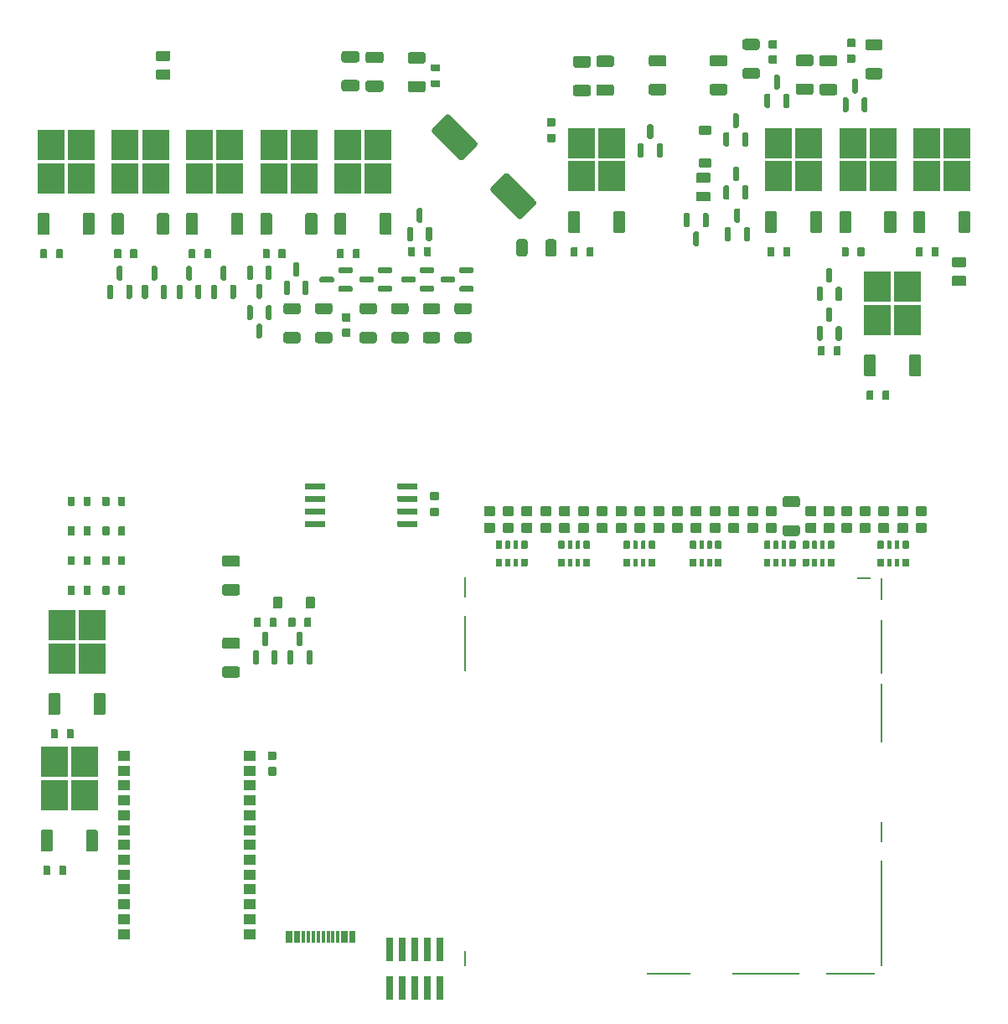
<source format=gtp>
G04 #@! TF.GenerationSoftware,KiCad,Pcbnew,7.0.9-7.0.9~ubuntu22.04.1*
G04 #@! TF.CreationDate,2023-12-16T08:52:43+00:00*
G04 #@! TF.ProjectId,alphax_4ch,616c7068-6178-45f3-9463-682e6b696361,i*
G04 #@! TF.SameCoordinates,PX141f5e0PYa2cace0*
G04 #@! TF.FileFunction,Paste,Top*
G04 #@! TF.FilePolarity,Positive*
%FSLAX46Y46*%
G04 Gerber Fmt 4.6, Leading zero omitted, Abs format (unit mm)*
G04 Created by KiCad (PCBNEW 7.0.9-7.0.9~ubuntu22.04.1) date 2023-12-16 08:52:43*
%MOMM*%
%LPD*%
G01*
G04 APERTURE LIST*
%ADD10R,2.750000X3.050000*%
%ADD11R,0.300000X1.150000*%
%ADD12R,0.200000X2.300000*%
%ADD13R,0.200000X10.700000*%
%ADD14R,0.200000X2.100000*%
%ADD15R,0.200000X6.000000*%
%ADD16R,0.200000X5.400000*%
%ADD17R,1.400000X0.200000*%
%ADD18R,5.000000X0.200000*%
%ADD19R,6.800000X0.200000*%
%ADD20R,4.500000X0.200000*%
%ADD21R,0.200000X1.600000*%
%ADD22R,0.200000X5.700000*%
%ADD23R,0.200000X2.000000*%
%ADD24R,1.300000X1.000000*%
%ADD25R,0.740000X2.400000*%
G04 APERTURE END LIST*
G04 #@! TO.C,F10*
G36*
G01*
X21740000Y34594990D02*
X21740000Y33904990D01*
G75*
G02*
X21510000Y33674990I-230000J0D01*
G01*
X20170000Y33674990D01*
G75*
G02*
X19940000Y33904990I0J230000D01*
G01*
X19940000Y34594990D01*
G75*
G02*
X20170000Y34824990I230000J0D01*
G01*
X21510000Y34824990D01*
G75*
G02*
X21740000Y34594990I0J-230000D01*
G01*
G37*
G36*
G01*
X21740000Y37495010D02*
X21740000Y36805010D01*
G75*
G02*
X21510000Y36575010I-230000J0D01*
G01*
X20170000Y36575010D01*
G75*
G02*
X19940000Y36805010I0J230000D01*
G01*
X19940000Y37495010D01*
G75*
G02*
X20170000Y37725010I230000J0D01*
G01*
X21510000Y37725010D01*
G75*
G02*
X21740000Y37495010I0J-230000D01*
G01*
G37*
G04 #@! TD*
G04 #@! TO.C,D4*
G36*
G01*
X79899998Y48300001D02*
X78999998Y48300001D01*
G75*
G02*
X78899998Y48400001I0J100000D01*
G01*
X78899998Y49200001D01*
G75*
G02*
X78999998Y49300001I100000J0D01*
G01*
X79899998Y49300001D01*
G75*
G02*
X79999998Y49200001I0J-100000D01*
G01*
X79999998Y48400001D01*
G75*
G02*
X79899998Y48300001I-100000J0D01*
G01*
G37*
G36*
G01*
X79899998Y50000001D02*
X78999998Y50000001D01*
G75*
G02*
X78899998Y50100001I0J100000D01*
G01*
X78899998Y50900001D01*
G75*
G02*
X78999998Y51000001I100000J0D01*
G01*
X79899998Y51000001D01*
G75*
G02*
X79999998Y50900001I0J-100000D01*
G01*
X79999998Y50100001D01*
G75*
G02*
X79899998Y50000001I-100000J0D01*
G01*
G37*
G04 #@! TD*
G04 #@! TO.C,R2*
G36*
G01*
X86149998Y44965001D02*
X86149998Y45635001D01*
G75*
G02*
X86214998Y45700001I65000J0D01*
G01*
X86734998Y45700001D01*
G75*
G02*
X86799998Y45635001I0J-65000D01*
G01*
X86799998Y44965001D01*
G75*
G02*
X86734998Y44900001I-65000J0D01*
G01*
X86214998Y44900001D01*
G75*
G02*
X86149998Y44965001I0J65000D01*
G01*
G37*
G36*
G01*
X87124998Y44945001D02*
X87124998Y45655001D01*
G75*
G02*
X87169998Y45700001I45000J0D01*
G01*
X87529998Y45700001D01*
G75*
G02*
X87574998Y45655001I0J-45000D01*
G01*
X87574998Y44945001D01*
G75*
G02*
X87529998Y44900001I-45000J0D01*
G01*
X87169998Y44900001D01*
G75*
G02*
X87124998Y44945001I0J45000D01*
G01*
G37*
G36*
G01*
X87924998Y44945001D02*
X87924998Y45655001D01*
G75*
G02*
X87969998Y45700001I45000J0D01*
G01*
X88329998Y45700001D01*
G75*
G02*
X88374998Y45655001I0J-45000D01*
G01*
X88374998Y44945001D01*
G75*
G02*
X88329998Y44900001I-45000J0D01*
G01*
X87969998Y44900001D01*
G75*
G02*
X87924998Y44945001I0J45000D01*
G01*
G37*
G36*
G01*
X88699998Y44965001D02*
X88699998Y45635001D01*
G75*
G02*
X88764998Y45700001I65000J0D01*
G01*
X89284998Y45700001D01*
G75*
G02*
X89349998Y45635001I0J-65000D01*
G01*
X89349998Y44965001D01*
G75*
G02*
X89284998Y44900001I-65000J0D01*
G01*
X88764998Y44900001D01*
G75*
G02*
X88699998Y44965001I0J65000D01*
G01*
G37*
G36*
G01*
X88699998Y46765001D02*
X88699998Y47435001D01*
G75*
G02*
X88764998Y47500001I65000J0D01*
G01*
X89284998Y47500001D01*
G75*
G02*
X89349998Y47435001I0J-65000D01*
G01*
X89349998Y46765001D01*
G75*
G02*
X89284998Y46700001I-65000J0D01*
G01*
X88764998Y46700001D01*
G75*
G02*
X88699998Y46765001I0J65000D01*
G01*
G37*
G36*
G01*
X87924998Y46745001D02*
X87924998Y47455001D01*
G75*
G02*
X87969998Y47500001I45000J0D01*
G01*
X88329998Y47500001D01*
G75*
G02*
X88374998Y47455001I0J-45000D01*
G01*
X88374998Y46745001D01*
G75*
G02*
X88329998Y46700001I-45000J0D01*
G01*
X87969998Y46700001D01*
G75*
G02*
X87924998Y46745001I0J45000D01*
G01*
G37*
G36*
G01*
X87124998Y46745001D02*
X87124998Y47455001D01*
G75*
G02*
X87169998Y47500001I45000J0D01*
G01*
X87529998Y47500001D01*
G75*
G02*
X87574998Y47455001I0J-45000D01*
G01*
X87574998Y46745001D01*
G75*
G02*
X87529998Y46700001I-45000J0D01*
G01*
X87169998Y46700001D01*
G75*
G02*
X87124998Y46745001I0J45000D01*
G01*
G37*
G36*
G01*
X86149998Y46765001D02*
X86149998Y47435001D01*
G75*
G02*
X86214998Y47500001I65000J0D01*
G01*
X86734998Y47500001D01*
G75*
G02*
X86799998Y47435001I0J-65000D01*
G01*
X86799998Y46765001D01*
G75*
G02*
X86734998Y46700001I-65000J0D01*
G01*
X86214998Y46700001D01*
G75*
G02*
X86149998Y46765001I0J65000D01*
G01*
G37*
G04 #@! TD*
G04 #@! TO.C,D36*
G36*
G01*
X51199998Y48300001D02*
X50299998Y48300001D01*
G75*
G02*
X50199998Y48400001I0J100000D01*
G01*
X50199998Y49200001D01*
G75*
G02*
X50299998Y49300001I100000J0D01*
G01*
X51199998Y49300001D01*
G75*
G02*
X51299998Y49200001I0J-100000D01*
G01*
X51299998Y48400001D01*
G75*
G02*
X51199998Y48300001I-100000J0D01*
G01*
G37*
G36*
G01*
X51199998Y50000001D02*
X50299998Y50000001D01*
G75*
G02*
X50199998Y50100001I0J100000D01*
G01*
X50199998Y50900001D01*
G75*
G02*
X50299998Y51000001I100000J0D01*
G01*
X51199998Y51000001D01*
G75*
G02*
X51299998Y50900001I0J-100000D01*
G01*
X51299998Y50100001D01*
G75*
G02*
X51199998Y50000001I-100000J0D01*
G01*
G37*
G04 #@! TD*
G04 #@! TO.C,C22*
G36*
G01*
X51632590Y81481624D02*
X50218376Y80067410D01*
G75*
G02*
X49864822Y80067410I-176777J176777D01*
G01*
X47107106Y82825126D01*
G75*
G02*
X47107106Y83178680I176777J176777D01*
G01*
X48521320Y84592894D01*
G75*
G02*
X48874874Y84592894I176777J-176777D01*
G01*
X51632590Y81835178D01*
G75*
G02*
X51632590Y81481624I-176777J-176777D01*
G01*
G37*
G36*
G01*
X45692894Y87421320D02*
X44278680Y86007106D01*
G75*
G02*
X43925126Y86007106I-176777J176777D01*
G01*
X41167410Y88764822D01*
G75*
G02*
X41167410Y89118376I176777J176777D01*
G01*
X42581624Y90532590D01*
G75*
G02*
X42935178Y90532590I176777J-176777D01*
G01*
X45692894Y87774874D01*
G75*
G02*
X45692894Y87421320I-176777J-176777D01*
G01*
G37*
G04 #@! TD*
G04 #@! TO.C,R1136*
G36*
G01*
X43675000Y71525000D02*
X44925000Y71525000D01*
G75*
G02*
X45175000Y71275000I0J-250000D01*
G01*
X45175000Y70650000D01*
G75*
G02*
X44925000Y70400000I-250000J0D01*
G01*
X43675000Y70400000D01*
G75*
G02*
X43425000Y70650000I0J250000D01*
G01*
X43425000Y71275000D01*
G75*
G02*
X43675000Y71525000I250000J0D01*
G01*
G37*
G36*
G01*
X43675000Y68600000D02*
X44925000Y68600000D01*
G75*
G02*
X45175000Y68350000I0J-250000D01*
G01*
X45175000Y67725000D01*
G75*
G02*
X44925000Y67475000I-250000J0D01*
G01*
X43675000Y67475000D01*
G75*
G02*
X43425000Y67725000I0J250000D01*
G01*
X43425000Y68350000D01*
G75*
G02*
X43675000Y68600000I250000J0D01*
G01*
G37*
G04 #@! TD*
G04 #@! TO.C,R1105*
G36*
G01*
X31550000Y76110000D02*
X31550000Y76890000D01*
G75*
G02*
X31620000Y76960000I70000J0D01*
G01*
X32180000Y76960000D01*
G75*
G02*
X32250000Y76890000I0J-70000D01*
G01*
X32250000Y76110000D01*
G75*
G02*
X32180000Y76040000I-70000J0D01*
G01*
X31620000Y76040000D01*
G75*
G02*
X31550000Y76110000I0J70000D01*
G01*
G37*
G36*
G01*
X33150000Y76110000D02*
X33150000Y76890000D01*
G75*
G02*
X33220000Y76960000I70000J0D01*
G01*
X33780000Y76960000D01*
G75*
G02*
X33850000Y76890000I0J-70000D01*
G01*
X33850000Y76110000D01*
G75*
G02*
X33780000Y76040000I-70000J0D01*
G01*
X33220000Y76040000D01*
G75*
G02*
X33150000Y76110000I0J70000D01*
G01*
G37*
G04 #@! TD*
G04 #@! TO.C,R18*
G36*
G01*
X74025000Y94175000D02*
X72775000Y94175000D01*
G75*
G02*
X72525000Y94425000I0J250000D01*
G01*
X72525000Y95050000D01*
G75*
G02*
X72775000Y95300000I250000J0D01*
G01*
X74025000Y95300000D01*
G75*
G02*
X74275000Y95050000I0J-250000D01*
G01*
X74275000Y94425000D01*
G75*
G02*
X74025000Y94175000I-250000J0D01*
G01*
G37*
G36*
G01*
X74025000Y97100000D02*
X72775000Y97100000D01*
G75*
G02*
X72525000Y97350000I0J250000D01*
G01*
X72525000Y97975000D01*
G75*
G02*
X72775000Y98225000I250000J0D01*
G01*
X74025000Y98225000D01*
G75*
G02*
X74275000Y97975000I0J-250000D01*
G01*
X74275000Y97350000D01*
G75*
G02*
X74025000Y97100000I-250000J0D01*
G01*
G37*
G04 #@! TD*
G04 #@! TO.C,R93*
G36*
G01*
X4350000Y42110000D02*
X4350000Y42890000D01*
G75*
G02*
X4420000Y42960000I70000J0D01*
G01*
X4980000Y42960000D01*
G75*
G02*
X5050000Y42890000I0J-70000D01*
G01*
X5050000Y42110000D01*
G75*
G02*
X4980000Y42040000I-70000J0D01*
G01*
X4420000Y42040000D01*
G75*
G02*
X4350000Y42110000I0J70000D01*
G01*
G37*
G36*
G01*
X5950000Y42110000D02*
X5950000Y42890000D01*
G75*
G02*
X6020000Y42960000I70000J0D01*
G01*
X6580000Y42960000D01*
G75*
G02*
X6650000Y42890000I0J-70000D01*
G01*
X6650000Y42110000D01*
G75*
G02*
X6580000Y42040000I-70000J0D01*
G01*
X6020000Y42040000D01*
G75*
G02*
X5950000Y42110000I0J70000D01*
G01*
G37*
G04 #@! TD*
G04 #@! TO.C,D34*
G36*
G01*
X47399998Y48300001D02*
X46499998Y48300001D01*
G75*
G02*
X46399998Y48400001I0J100000D01*
G01*
X46399998Y49200001D01*
G75*
G02*
X46499998Y49300001I100000J0D01*
G01*
X47399998Y49300001D01*
G75*
G02*
X47499998Y49200001I0J-100000D01*
G01*
X47499998Y48400001D01*
G75*
G02*
X47399998Y48300001I-100000J0D01*
G01*
G37*
G36*
G01*
X47399998Y50000001D02*
X46499998Y50000001D01*
G75*
G02*
X46399998Y50100001I0J100000D01*
G01*
X46399998Y50900001D01*
G75*
G02*
X46499998Y51000001I100000J0D01*
G01*
X47399998Y51000001D01*
G75*
G02*
X47499998Y50900001I0J-100000D01*
G01*
X47499998Y50100001D01*
G75*
G02*
X47399998Y50000001I-100000J0D01*
G01*
G37*
G04 #@! TD*
D10*
G04 #@! TO.C,Q47*
X25155000Y84125000D03*
X28205000Y84125000D03*
X25155000Y87475000D03*
X28205000Y87475000D03*
G36*
G01*
X24880000Y78400000D02*
X23920000Y78400000D01*
G75*
G02*
X23800000Y78520000I0J120000D01*
G01*
X23800000Y80480000D01*
G75*
G02*
X23920000Y80600000I120000J0D01*
G01*
X24880000Y80600000D01*
G75*
G02*
X25000000Y80480000I0J-120000D01*
G01*
X25000000Y78520000D01*
G75*
G02*
X24880000Y78400000I-120000J0D01*
G01*
G37*
G36*
G01*
X29440000Y78400000D02*
X28480000Y78400000D01*
G75*
G02*
X28360000Y78520000I0J120000D01*
G01*
X28360000Y80480000D01*
G75*
G02*
X28480000Y80600000I120000J0D01*
G01*
X29440000Y80600000D01*
G75*
G02*
X29560000Y80480000I0J-120000D01*
G01*
X29560000Y78520000D01*
G75*
G02*
X29440000Y78400000I-120000J0D01*
G01*
G37*
G04 #@! TD*
G04 #@! TO.C,F4*
G36*
G01*
X63050000Y95655010D02*
X63050000Y96345010D01*
G75*
G02*
X63280000Y96575010I230000J0D01*
G01*
X64620000Y96575010D01*
G75*
G02*
X64850000Y96345010I0J-230000D01*
G01*
X64850000Y95655010D01*
G75*
G02*
X64620000Y95425010I-230000J0D01*
G01*
X63280000Y95425010D01*
G75*
G02*
X63050000Y95655010I0J230000D01*
G01*
G37*
G36*
G01*
X63050000Y92754990D02*
X63050000Y93444990D01*
G75*
G02*
X63280000Y93674990I230000J0D01*
G01*
X64620000Y93674990D01*
G75*
G02*
X64850000Y93444990I0J-230000D01*
G01*
X64850000Y92754990D01*
G75*
G02*
X64620000Y92524990I-230000J0D01*
G01*
X63280000Y92524990D01*
G75*
G02*
X63050000Y92754990I0J230000D01*
G01*
G37*
G04 #@! TD*
G04 #@! TO.C,Q13*
G36*
G01*
X80500000Y67725000D02*
X80200000Y67725000D01*
G75*
G02*
X80050000Y67875000I0J150000D01*
G01*
X80050000Y69050000D01*
G75*
G02*
X80200000Y69200000I150000J0D01*
G01*
X80500000Y69200000D01*
G75*
G02*
X80650000Y69050000I0J-150000D01*
G01*
X80650000Y67875000D01*
G75*
G02*
X80500000Y67725000I-150000J0D01*
G01*
G37*
G36*
G01*
X81450000Y69600000D02*
X81150000Y69600000D01*
G75*
G02*
X81000000Y69750000I0J150000D01*
G01*
X81000000Y70925000D01*
G75*
G02*
X81150000Y71075000I150000J0D01*
G01*
X81450000Y71075000D01*
G75*
G02*
X81600000Y70925000I0J-150000D01*
G01*
X81600000Y69750000D01*
G75*
G02*
X81450000Y69600000I-150000J0D01*
G01*
G37*
G36*
G01*
X82400000Y67725000D02*
X82100000Y67725000D01*
G75*
G02*
X81950000Y67875000I0J150000D01*
G01*
X81950000Y69050000D01*
G75*
G02*
X82100000Y69200000I150000J0D01*
G01*
X82400000Y69200000D01*
G75*
G02*
X82550000Y69050000I0J-150000D01*
G01*
X82550000Y67875000D01*
G75*
G02*
X82400000Y67725000I-150000J0D01*
G01*
G37*
G04 #@! TD*
G04 #@! TO.C,R91*
G36*
G01*
X95025000Y73249999D02*
X93775000Y73249999D01*
G75*
G02*
X93675000Y73349999I0J100000D01*
G01*
X93675000Y74149999D01*
G75*
G02*
X93775000Y74249999I100000J0D01*
G01*
X95025000Y74249999D01*
G75*
G02*
X95125000Y74149999I0J-100000D01*
G01*
X95125000Y73349999D01*
G75*
G02*
X95025000Y73249999I-100000J0D01*
G01*
G37*
G36*
G01*
X95025000Y75150021D02*
X93775000Y75150021D01*
G75*
G02*
X93675000Y75250021I0J100000D01*
G01*
X93675000Y76050021D01*
G75*
G02*
X93775000Y76150021I100000J0D01*
G01*
X95025000Y76150021D01*
G75*
G02*
X95125000Y76050021I0J-100000D01*
G01*
X95125000Y75250021D01*
G75*
G02*
X95025000Y75150021I-100000J0D01*
G01*
G37*
G04 #@! TD*
G04 #@! TO.C,R98*
G36*
G01*
X75050000Y76310000D02*
X75050000Y77090000D01*
G75*
G02*
X75120000Y77160000I70000J0D01*
G01*
X75680000Y77160000D01*
G75*
G02*
X75750000Y77090000I0J-70000D01*
G01*
X75750000Y76310000D01*
G75*
G02*
X75680000Y76240000I-70000J0D01*
G01*
X75120000Y76240000D01*
G75*
G02*
X75050000Y76310000I0J70000D01*
G01*
G37*
G36*
G01*
X76650000Y76310000D02*
X76650000Y77090000D01*
G75*
G02*
X76720000Y77160000I70000J0D01*
G01*
X77280000Y77160000D01*
G75*
G02*
X77350000Y77090000I0J-70000D01*
G01*
X77350000Y76310000D01*
G75*
G02*
X77280000Y76240000I-70000J0D01*
G01*
X76720000Y76240000D01*
G75*
G02*
X76650000Y76310000I0J70000D01*
G01*
G37*
G04 #@! TD*
G04 #@! TO.C,Q49*
G36*
G01*
X45375000Y73100000D02*
X45375000Y72800000D01*
G75*
G02*
X45225000Y72650000I-150000J0D01*
G01*
X44050000Y72650000D01*
G75*
G02*
X43900000Y72800000I0J150000D01*
G01*
X43900000Y73100000D01*
G75*
G02*
X44050000Y73250000I150000J0D01*
G01*
X45225000Y73250000D01*
G75*
G02*
X45375000Y73100000I0J-150000D01*
G01*
G37*
G36*
G01*
X43500000Y74050000D02*
X43500000Y73750000D01*
G75*
G02*
X43350000Y73600000I-150000J0D01*
G01*
X42175000Y73600000D01*
G75*
G02*
X42025000Y73750000I0J150000D01*
G01*
X42025000Y74050000D01*
G75*
G02*
X42175000Y74200000I150000J0D01*
G01*
X43350000Y74200000D01*
G75*
G02*
X43500000Y74050000I0J-150000D01*
G01*
G37*
G36*
G01*
X45375000Y75000000D02*
X45375000Y74700000D01*
G75*
G02*
X45225000Y74550000I-150000J0D01*
G01*
X44050000Y74550000D01*
G75*
G02*
X43900000Y74700000I0J150000D01*
G01*
X43900000Y75000000D01*
G75*
G02*
X44050000Y75150000I150000J0D01*
G01*
X45225000Y75150000D01*
G75*
G02*
X45375000Y75000000I0J-150000D01*
G01*
G37*
G04 #@! TD*
G04 #@! TO.C,D15*
G36*
G01*
X66399998Y48300001D02*
X65499998Y48300001D01*
G75*
G02*
X65399998Y48400001I0J100000D01*
G01*
X65399998Y49200001D01*
G75*
G02*
X65499998Y49300001I100000J0D01*
G01*
X66399998Y49300001D01*
G75*
G02*
X66499998Y49200001I0J-100000D01*
G01*
X66499998Y48400001D01*
G75*
G02*
X66399998Y48300001I-100000J0D01*
G01*
G37*
G36*
G01*
X66399998Y50000001D02*
X65499998Y50000001D01*
G75*
G02*
X65399998Y50100001I0J100000D01*
G01*
X65399998Y50900001D01*
G75*
G02*
X65499998Y51000001I100000J0D01*
G01*
X66399998Y51000001D01*
G75*
G02*
X66499998Y50900001I0J-100000D01*
G01*
X66499998Y50100001D01*
G75*
G02*
X66399998Y50000001I-100000J0D01*
G01*
G37*
G04 #@! TD*
G04 #@! TO.C,D55*
G36*
G01*
X83100000Y90825000D02*
X82800000Y90825000D01*
G75*
G02*
X82650000Y90975000I0J150000D01*
G01*
X82650000Y92150000D01*
G75*
G02*
X82800000Y92300000I150000J0D01*
G01*
X83100000Y92300000D01*
G75*
G02*
X83250000Y92150000I0J-150000D01*
G01*
X83250000Y90975000D01*
G75*
G02*
X83100000Y90825000I-150000J0D01*
G01*
G37*
G36*
G01*
X85000000Y90825000D02*
X84700000Y90825000D01*
G75*
G02*
X84550000Y90975000I0J150000D01*
G01*
X84550000Y92150000D01*
G75*
G02*
X84700000Y92300000I150000J0D01*
G01*
X85000000Y92300000D01*
G75*
G02*
X85150000Y92150000I0J-150000D01*
G01*
X85150000Y90975000D01*
G75*
G02*
X85000000Y90825000I-150000J0D01*
G01*
G37*
G36*
G01*
X84050000Y92700000D02*
X83750000Y92700000D01*
G75*
G02*
X83600000Y92850000I0J150000D01*
G01*
X83600000Y94025000D01*
G75*
G02*
X83750000Y94175000I150000J0D01*
G01*
X84050000Y94175000D01*
G75*
G02*
X84200000Y94025000I0J-150000D01*
G01*
X84200000Y92850000D01*
G75*
G02*
X84050000Y92700000I-150000J0D01*
G01*
G37*
G04 #@! TD*
G04 #@! TO.C,R1102*
G36*
G01*
X90050000Y76310000D02*
X90050000Y77090000D01*
G75*
G02*
X90120000Y77160000I70000J0D01*
G01*
X90680000Y77160000D01*
G75*
G02*
X90750000Y77090000I0J-70000D01*
G01*
X90750000Y76310000D01*
G75*
G02*
X90680000Y76240000I-70000J0D01*
G01*
X90120000Y76240000D01*
G75*
G02*
X90050000Y76310000I0J70000D01*
G01*
G37*
G36*
G01*
X91650000Y76310000D02*
X91650000Y77090000D01*
G75*
G02*
X91720000Y77160000I70000J0D01*
G01*
X92280000Y77160000D01*
G75*
G02*
X92350000Y77090000I0J-70000D01*
G01*
X92350000Y76310000D01*
G75*
G02*
X92280000Y76240000I-70000J0D01*
G01*
X91720000Y76240000D01*
G75*
G02*
X91650000Y76310000I0J70000D01*
G01*
G37*
G04 #@! TD*
G04 #@! TO.C,Q48*
X56275000Y84325000D03*
X59325000Y84325000D03*
X56275000Y87675000D03*
X59325000Y87675000D03*
G36*
G01*
X56000000Y78600000D02*
X55040000Y78600000D01*
G75*
G02*
X54920000Y78720000I0J120000D01*
G01*
X54920000Y80680000D01*
G75*
G02*
X55040000Y80800000I120000J0D01*
G01*
X56000000Y80800000D01*
G75*
G02*
X56120000Y80680000I0J-120000D01*
G01*
X56120000Y78720000D01*
G75*
G02*
X56000000Y78600000I-120000J0D01*
G01*
G37*
G36*
G01*
X60560000Y78600000D02*
X59600000Y78600000D01*
G75*
G02*
X59480000Y78720000I0J120000D01*
G01*
X59480000Y80680000D01*
G75*
G02*
X59600000Y80800000I120000J0D01*
G01*
X60560000Y80800000D01*
G75*
G02*
X60680000Y80680000I0J-120000D01*
G01*
X60680000Y78720000D01*
G75*
G02*
X60560000Y78600000I-120000J0D01*
G01*
G37*
G04 #@! TD*
G04 #@! TO.C,R50*
G36*
G01*
X60500000Y44965000D02*
X60500000Y45635000D01*
G75*
G02*
X60565000Y45700000I65000J0D01*
G01*
X61085000Y45700000D01*
G75*
G02*
X61150000Y45635000I0J-65000D01*
G01*
X61150000Y44965000D01*
G75*
G02*
X61085000Y44900000I-65000J0D01*
G01*
X60565000Y44900000D01*
G75*
G02*
X60500000Y44965000I0J65000D01*
G01*
G37*
G36*
G01*
X61475000Y44945000D02*
X61475000Y45655000D01*
G75*
G02*
X61520000Y45700000I45000J0D01*
G01*
X61880000Y45700000D01*
G75*
G02*
X61925000Y45655000I0J-45000D01*
G01*
X61925000Y44945000D01*
G75*
G02*
X61880000Y44900000I-45000J0D01*
G01*
X61520000Y44900000D01*
G75*
G02*
X61475000Y44945000I0J45000D01*
G01*
G37*
G36*
G01*
X62275000Y44945000D02*
X62275000Y45655000D01*
G75*
G02*
X62320000Y45700000I45000J0D01*
G01*
X62680000Y45700000D01*
G75*
G02*
X62725000Y45655000I0J-45000D01*
G01*
X62725000Y44945000D01*
G75*
G02*
X62680000Y44900000I-45000J0D01*
G01*
X62320000Y44900000D01*
G75*
G02*
X62275000Y44945000I0J45000D01*
G01*
G37*
G36*
G01*
X63050000Y44965000D02*
X63050000Y45635000D01*
G75*
G02*
X63115000Y45700000I65000J0D01*
G01*
X63635000Y45700000D01*
G75*
G02*
X63700000Y45635000I0J-65000D01*
G01*
X63700000Y44965000D01*
G75*
G02*
X63635000Y44900000I-65000J0D01*
G01*
X63115000Y44900000D01*
G75*
G02*
X63050000Y44965000I0J65000D01*
G01*
G37*
G36*
G01*
X63050000Y46765000D02*
X63050000Y47435000D01*
G75*
G02*
X63115000Y47500000I65000J0D01*
G01*
X63635000Y47500000D01*
G75*
G02*
X63700000Y47435000I0J-65000D01*
G01*
X63700000Y46765000D01*
G75*
G02*
X63635000Y46700000I-65000J0D01*
G01*
X63115000Y46700000D01*
G75*
G02*
X63050000Y46765000I0J65000D01*
G01*
G37*
G36*
G01*
X62275000Y46745000D02*
X62275000Y47455000D01*
G75*
G02*
X62320000Y47500000I45000J0D01*
G01*
X62680000Y47500000D01*
G75*
G02*
X62725000Y47455000I0J-45000D01*
G01*
X62725000Y46745000D01*
G75*
G02*
X62680000Y46700000I-45000J0D01*
G01*
X62320000Y46700000D01*
G75*
G02*
X62275000Y46745000I0J45000D01*
G01*
G37*
G36*
G01*
X61475000Y46745000D02*
X61475000Y47455000D01*
G75*
G02*
X61520000Y47500000I45000J0D01*
G01*
X61880000Y47500000D01*
G75*
G02*
X61925000Y47455000I0J-45000D01*
G01*
X61925000Y46745000D01*
G75*
G02*
X61880000Y46700000I-45000J0D01*
G01*
X61520000Y46700000D01*
G75*
G02*
X61475000Y46745000I0J45000D01*
G01*
G37*
G36*
G01*
X60500000Y46765000D02*
X60500000Y47435000D01*
G75*
G02*
X60565000Y47500000I65000J0D01*
G01*
X61085000Y47500000D01*
G75*
G02*
X61150000Y47435000I0J-65000D01*
G01*
X61150000Y46765000D01*
G75*
G02*
X61085000Y46700000I-65000J0D01*
G01*
X60565000Y46700000D01*
G75*
G02*
X60500000Y46765000I0J65000D01*
G01*
G37*
G04 #@! TD*
G04 #@! TO.C,D28*
G36*
G01*
X26609999Y72325000D02*
X26309999Y72325000D01*
G75*
G02*
X26159999Y72475000I0J150000D01*
G01*
X26159999Y73650000D01*
G75*
G02*
X26309999Y73800000I150000J0D01*
G01*
X26609999Y73800000D01*
G75*
G02*
X26759999Y73650000I0J-150000D01*
G01*
X26759999Y72475000D01*
G75*
G02*
X26609999Y72325000I-150000J0D01*
G01*
G37*
G36*
G01*
X27559999Y74200000D02*
X27259999Y74200000D01*
G75*
G02*
X27109999Y74350000I0J150000D01*
G01*
X27109999Y75525000D01*
G75*
G02*
X27259999Y75675000I150000J0D01*
G01*
X27559999Y75675000D01*
G75*
G02*
X27709999Y75525000I0J-150000D01*
G01*
X27709999Y74350000D01*
G75*
G02*
X27559999Y74200000I-150000J0D01*
G01*
G37*
G36*
G01*
X28509999Y72325000D02*
X28209999Y72325000D01*
G75*
G02*
X28059999Y72475000I0J150000D01*
G01*
X28059999Y73650000D01*
G75*
G02*
X28209999Y73800000I150000J0D01*
G01*
X28509999Y73800000D01*
G75*
G02*
X28659999Y73650000I0J-150000D01*
G01*
X28659999Y72475000D01*
G75*
G02*
X28509999Y72325000I-150000J0D01*
G01*
G37*
G04 #@! TD*
G04 #@! TO.C,R1108*
G36*
G01*
X24050000Y76110000D02*
X24050000Y76890000D01*
G75*
G02*
X24120000Y76960000I70000J0D01*
G01*
X24680000Y76960000D01*
G75*
G02*
X24750000Y76890000I0J-70000D01*
G01*
X24750000Y76110000D01*
G75*
G02*
X24680000Y76040000I-70000J0D01*
G01*
X24120000Y76040000D01*
G75*
G02*
X24050000Y76110000I0J70000D01*
G01*
G37*
G36*
G01*
X25650000Y76110000D02*
X25650000Y76890000D01*
G75*
G02*
X25720000Y76960000I70000J0D01*
G01*
X26280000Y76960000D01*
G75*
G02*
X26350000Y76890000I0J-70000D01*
G01*
X26350000Y76110000D01*
G75*
G02*
X26280000Y76040000I-70000J0D01*
G01*
X25720000Y76040000D01*
G75*
G02*
X25650000Y76110000I0J70000D01*
G01*
G37*
G04 #@! TD*
G04 #@! TO.C,Q35*
G36*
G01*
X37137500Y73100000D02*
X37137500Y72800000D01*
G75*
G02*
X36987500Y72650000I-150000J0D01*
G01*
X35812500Y72650000D01*
G75*
G02*
X35662500Y72800000I0J150000D01*
G01*
X35662500Y73100000D01*
G75*
G02*
X35812500Y73250000I150000J0D01*
G01*
X36987500Y73250000D01*
G75*
G02*
X37137500Y73100000I0J-150000D01*
G01*
G37*
G36*
G01*
X35262500Y74050000D02*
X35262500Y73750000D01*
G75*
G02*
X35112500Y73600000I-150000J0D01*
G01*
X33937500Y73600000D01*
G75*
G02*
X33787500Y73750000I0J150000D01*
G01*
X33787500Y74050000D01*
G75*
G02*
X33937500Y74200000I150000J0D01*
G01*
X35112500Y74200000D01*
G75*
G02*
X35262500Y74050000I0J-150000D01*
G01*
G37*
G36*
G01*
X37137500Y75000000D02*
X37137500Y74700000D01*
G75*
G02*
X36987500Y74550000I-150000J0D01*
G01*
X35812500Y74550000D01*
G75*
G02*
X35662500Y74700000I0J150000D01*
G01*
X35662500Y75000000D01*
G75*
G02*
X35812500Y75150000I150000J0D01*
G01*
X36987500Y75150000D01*
G75*
G02*
X37137500Y75000000I0J-150000D01*
G01*
G37*
G04 #@! TD*
D11*
G04 #@! TO.C,J1*
X26550000Y7485000D03*
X27350000Y7485000D03*
X28650000Y7485000D03*
X29650000Y7485000D03*
X30150000Y7485000D03*
X31150000Y7485000D03*
X32450000Y7485000D03*
X33250000Y7485000D03*
X32950000Y7485000D03*
X32150000Y7485000D03*
X31650000Y7485000D03*
X30650000Y7485000D03*
X29150000Y7485000D03*
X28150000Y7485000D03*
X27650000Y7485000D03*
X26850000Y7485000D03*
G04 #@! TD*
G04 #@! TO.C,R1113*
G36*
G01*
X38750000Y76347500D02*
X38750000Y77127500D01*
G75*
G02*
X38820000Y77197500I70000J0D01*
G01*
X39380000Y77197500D01*
G75*
G02*
X39450000Y77127500I0J-70000D01*
G01*
X39450000Y76347500D01*
G75*
G02*
X39380000Y76277500I-70000J0D01*
G01*
X38820000Y76277500D01*
G75*
G02*
X38750000Y76347500I0J70000D01*
G01*
G37*
G36*
G01*
X40350000Y76347500D02*
X40350000Y77127500D01*
G75*
G02*
X40420000Y77197500I70000J0D01*
G01*
X40980000Y77197500D01*
G75*
G02*
X41050000Y77127500I0J-70000D01*
G01*
X41050000Y76347500D01*
G75*
G02*
X40980000Y76277500I-70000J0D01*
G01*
X40420000Y76277500D01*
G75*
G02*
X40350000Y76347500I0J70000D01*
G01*
G37*
G04 #@! TD*
G04 #@! TO.C,D58*
G36*
G01*
X75200000Y91225000D02*
X74900000Y91225000D01*
G75*
G02*
X74750000Y91375000I0J150000D01*
G01*
X74750000Y92550000D01*
G75*
G02*
X74900000Y92700000I150000J0D01*
G01*
X75200000Y92700000D01*
G75*
G02*
X75350000Y92550000I0J-150000D01*
G01*
X75350000Y91375000D01*
G75*
G02*
X75200000Y91225000I-150000J0D01*
G01*
G37*
G36*
G01*
X77100000Y91225000D02*
X76800000Y91225000D01*
G75*
G02*
X76650000Y91375000I0J150000D01*
G01*
X76650000Y92550000D01*
G75*
G02*
X76800000Y92700000I150000J0D01*
G01*
X77100000Y92700000D01*
G75*
G02*
X77250000Y92550000I0J-150000D01*
G01*
X77250000Y91375000D01*
G75*
G02*
X77100000Y91225000I-150000J0D01*
G01*
G37*
G36*
G01*
X76150000Y93100000D02*
X75850000Y93100000D01*
G75*
G02*
X75700000Y93250000I0J150000D01*
G01*
X75700000Y94425000D01*
G75*
G02*
X75850000Y94575000I150000J0D01*
G01*
X76150000Y94575000D01*
G75*
G02*
X76300000Y94425000I0J-150000D01*
G01*
X76300000Y93250000D01*
G75*
G02*
X76150000Y93100000I-150000J0D01*
G01*
G37*
G04 #@! TD*
D10*
G04 #@! TO.C,Q45*
X2975000Y21825000D03*
X6025000Y21825000D03*
X2975000Y25175000D03*
X6025000Y25175000D03*
G36*
G01*
X2700000Y16100000D02*
X1740000Y16100000D01*
G75*
G02*
X1620000Y16220000I0J120000D01*
G01*
X1620000Y18180000D01*
G75*
G02*
X1740000Y18300000I120000J0D01*
G01*
X2700000Y18300000D01*
G75*
G02*
X2820000Y18180000I0J-120000D01*
G01*
X2820000Y16220000D01*
G75*
G02*
X2700000Y16100000I-120000J0D01*
G01*
G37*
G36*
G01*
X7260000Y16100000D02*
X6300000Y16100000D01*
G75*
G02*
X6180000Y16220000I0J120000D01*
G01*
X6180000Y18180000D01*
G75*
G02*
X6300000Y18300000I120000J0D01*
G01*
X7260000Y18300000D01*
G75*
G02*
X7380000Y18180000I0J-120000D01*
G01*
X7380000Y16220000D01*
G75*
G02*
X7260000Y16100000I-120000J0D01*
G01*
G37*
G04 #@! TD*
G04 #@! TO.C,Q8*
G36*
G01*
X15800000Y71925000D02*
X15500000Y71925000D01*
G75*
G02*
X15350000Y72075000I0J150000D01*
G01*
X15350000Y73250000D01*
G75*
G02*
X15500000Y73400000I150000J0D01*
G01*
X15800000Y73400000D01*
G75*
G02*
X15950000Y73250000I0J-150000D01*
G01*
X15950000Y72075000D01*
G75*
G02*
X15800000Y71925000I-150000J0D01*
G01*
G37*
G36*
G01*
X16750000Y73800000D02*
X16450000Y73800000D01*
G75*
G02*
X16300000Y73950000I0J150000D01*
G01*
X16300000Y75125000D01*
G75*
G02*
X16450000Y75275000I150000J0D01*
G01*
X16750000Y75275000D01*
G75*
G02*
X16900000Y75125000I0J-150000D01*
G01*
X16900000Y73950000D01*
G75*
G02*
X16750000Y73800000I-150000J0D01*
G01*
G37*
G36*
G01*
X17700000Y71925000D02*
X17400000Y71925000D01*
G75*
G02*
X17250000Y72075000I0J150000D01*
G01*
X17250000Y73250000D01*
G75*
G02*
X17400000Y73400000I150000J0D01*
G01*
X17700000Y73400000D01*
G75*
G02*
X17850000Y73250000I0J-150000D01*
G01*
X17850000Y72075000D01*
G75*
G02*
X17700000Y71925000I-150000J0D01*
G01*
G37*
G04 #@! TD*
G04 #@! TO.C,Q4*
G36*
G01*
X27000000Y34982581D02*
X26700000Y34982581D01*
G75*
G02*
X26550000Y35132581I0J150000D01*
G01*
X26550000Y36307581D01*
G75*
G02*
X26700000Y36457581I150000J0D01*
G01*
X27000000Y36457581D01*
G75*
G02*
X27150000Y36307581I0J-150000D01*
G01*
X27150000Y35132581D01*
G75*
G02*
X27000000Y34982581I-150000J0D01*
G01*
G37*
G36*
G01*
X27950000Y36857581D02*
X27650000Y36857581D01*
G75*
G02*
X27500000Y37007581I0J150000D01*
G01*
X27500000Y38182581D01*
G75*
G02*
X27650000Y38332581I150000J0D01*
G01*
X27950000Y38332581D01*
G75*
G02*
X28100000Y38182581I0J-150000D01*
G01*
X28100000Y37007581D01*
G75*
G02*
X27950000Y36857581I-150000J0D01*
G01*
G37*
G36*
G01*
X28900000Y34982581D02*
X28600000Y34982581D01*
G75*
G02*
X28450000Y35132581I0J150000D01*
G01*
X28450000Y36307581D01*
G75*
G02*
X28600000Y36457581I150000J0D01*
G01*
X28900000Y36457581D01*
G75*
G02*
X29050000Y36307581I0J-150000D01*
G01*
X29050000Y35132581D01*
G75*
G02*
X28900000Y34982581I-150000J0D01*
G01*
G37*
G04 #@! TD*
G04 #@! TO.C,R30*
G36*
G01*
X80150000Y66310000D02*
X80150000Y67090000D01*
G75*
G02*
X80220000Y67160000I70000J0D01*
G01*
X80780000Y67160000D01*
G75*
G02*
X80850000Y67090000I0J-70000D01*
G01*
X80850000Y66310000D01*
G75*
G02*
X80780000Y66240000I-70000J0D01*
G01*
X80220000Y66240000D01*
G75*
G02*
X80150000Y66310000I0J70000D01*
G01*
G37*
G36*
G01*
X81750000Y66310000D02*
X81750000Y67090000D01*
G75*
G02*
X81820000Y67160000I70000J0D01*
G01*
X82380000Y67160000D01*
G75*
G02*
X82450000Y67090000I0J-70000D01*
G01*
X82450000Y66310000D01*
G75*
G02*
X82380000Y66240000I-70000J0D01*
G01*
X81820000Y66240000D01*
G75*
G02*
X81750000Y66310000I0J70000D01*
G01*
G37*
G04 #@! TD*
G04 #@! TO.C,R1101*
G36*
G01*
X9050000Y76110000D02*
X9050000Y76890000D01*
G75*
G02*
X9120000Y76960000I70000J0D01*
G01*
X9680000Y76960000D01*
G75*
G02*
X9750000Y76890000I0J-70000D01*
G01*
X9750000Y76110000D01*
G75*
G02*
X9680000Y76040000I-70000J0D01*
G01*
X9120000Y76040000D01*
G75*
G02*
X9050000Y76110000I0J70000D01*
G01*
G37*
G36*
G01*
X10650000Y76110000D02*
X10650000Y76890000D01*
G75*
G02*
X10720000Y76960000I70000J0D01*
G01*
X11280000Y76960000D01*
G75*
G02*
X11350000Y76890000I0J-70000D01*
G01*
X11350000Y76110000D01*
G75*
G02*
X11280000Y76040000I-70000J0D01*
G01*
X10720000Y76040000D01*
G75*
G02*
X10650000Y76110000I0J70000D01*
G01*
G37*
G04 #@! TD*
G04 #@! TO.C,C8*
G36*
G01*
X75940000Y95684999D02*
X75260000Y95684999D01*
G75*
G02*
X75175000Y95769999I0J85000D01*
G01*
X75175000Y96449999D01*
G75*
G02*
X75260000Y96534999I85000J0D01*
G01*
X75940000Y96534999D01*
G75*
G02*
X76025000Y96449999I0J-85000D01*
G01*
X76025000Y95769999D01*
G75*
G02*
X75940000Y95684999I-85000J0D01*
G01*
G37*
G36*
G01*
X75940000Y97265001D02*
X75260000Y97265001D01*
G75*
G02*
X75175000Y97350001I0J85000D01*
G01*
X75175000Y98030001D01*
G75*
G02*
X75260000Y98115001I85000J0D01*
G01*
X75940000Y98115001D01*
G75*
G02*
X76025000Y98030001I0J-85000D01*
G01*
X76025000Y97350001D01*
G75*
G02*
X75940000Y97265001I-85000J0D01*
G01*
G37*
G04 #@! TD*
G04 #@! TO.C,D47*
G36*
G01*
X70199998Y48300001D02*
X69299998Y48300001D01*
G75*
G02*
X69199998Y48400001I0J100000D01*
G01*
X69199998Y49200001D01*
G75*
G02*
X69299998Y49300001I100000J0D01*
G01*
X70199998Y49300001D01*
G75*
G02*
X70299998Y49200001I0J-100000D01*
G01*
X70299998Y48400001D01*
G75*
G02*
X70199998Y48300001I-100000J0D01*
G01*
G37*
G36*
G01*
X70199998Y50000001D02*
X69299998Y50000001D01*
G75*
G02*
X69199998Y50100001I0J100000D01*
G01*
X69199998Y50900001D01*
G75*
G02*
X69299998Y51000001I100000J0D01*
G01*
X70199998Y51000001D01*
G75*
G02*
X70299998Y50900001I0J-100000D01*
G01*
X70299998Y50100001D01*
G75*
G02*
X70199998Y50000001I-100000J0D01*
G01*
G37*
G04 #@! TD*
G04 #@! TO.C,D39*
G36*
G01*
X53099998Y48300001D02*
X52199998Y48300001D01*
G75*
G02*
X52099998Y48400001I0J100000D01*
G01*
X52099998Y49200001D01*
G75*
G02*
X52199998Y49300001I100000J0D01*
G01*
X53099998Y49300001D01*
G75*
G02*
X53199998Y49200001I0J-100000D01*
G01*
X53199998Y48400001D01*
G75*
G02*
X53099998Y48300001I-100000J0D01*
G01*
G37*
G36*
G01*
X53099998Y50000001D02*
X52199998Y50000001D01*
G75*
G02*
X52099998Y50100001I0J100000D01*
G01*
X52099998Y50900001D01*
G75*
G02*
X52199998Y51000001I100000J0D01*
G01*
X53099998Y51000001D01*
G75*
G02*
X53199998Y50900001I0J-100000D01*
G01*
X53199998Y50100001D01*
G75*
G02*
X53099998Y50000001I-100000J0D01*
G01*
G37*
G04 #@! TD*
G04 #@! TO.C,R74*
G36*
G01*
X4350000Y48110000D02*
X4350000Y48890000D01*
G75*
G02*
X4420000Y48960000I70000J0D01*
G01*
X4980000Y48960000D01*
G75*
G02*
X5050000Y48890000I0J-70000D01*
G01*
X5050000Y48110000D01*
G75*
G02*
X4980000Y48040000I-70000J0D01*
G01*
X4420000Y48040000D01*
G75*
G02*
X4350000Y48110000I0J70000D01*
G01*
G37*
G36*
G01*
X5950000Y48110000D02*
X5950000Y48890000D01*
G75*
G02*
X6020000Y48960000I70000J0D01*
G01*
X6580000Y48960000D01*
G75*
G02*
X6650000Y48890000I0J-70000D01*
G01*
X6650000Y48110000D01*
G75*
G02*
X6580000Y48040000I-70000J0D01*
G01*
X6020000Y48040000D01*
G75*
G02*
X5950000Y48110000I0J70000D01*
G01*
G37*
G04 #@! TD*
G04 #@! TO.C,D48*
G36*
G01*
X72099998Y48300001D02*
X71199998Y48300001D01*
G75*
G02*
X71099998Y48400001I0J100000D01*
G01*
X71099998Y49200001D01*
G75*
G02*
X71199998Y49300001I100000J0D01*
G01*
X72099998Y49300001D01*
G75*
G02*
X72199998Y49200001I0J-100000D01*
G01*
X72199998Y48400001D01*
G75*
G02*
X72099998Y48300001I-100000J0D01*
G01*
G37*
G36*
G01*
X72099998Y50000001D02*
X71199998Y50000001D01*
G75*
G02*
X71099998Y50100001I0J100000D01*
G01*
X71099998Y50900001D01*
G75*
G02*
X71199998Y51000001I100000J0D01*
G01*
X72099998Y51000001D01*
G75*
G02*
X72199998Y50900001I0J-100000D01*
G01*
X72199998Y50100001D01*
G75*
G02*
X72099998Y50000001I-100000J0D01*
G01*
G37*
G04 #@! TD*
G04 #@! TO.C,C21*
G36*
G01*
X32160000Y70515001D02*
X32840000Y70515001D01*
G75*
G02*
X32925000Y70430001I0J-85000D01*
G01*
X32925000Y69750001D01*
G75*
G02*
X32840000Y69665001I-85000J0D01*
G01*
X32160000Y69665001D01*
G75*
G02*
X32075000Y69750001I0J85000D01*
G01*
X32075000Y70430001D01*
G75*
G02*
X32160000Y70515001I85000J0D01*
G01*
G37*
G36*
G01*
X32160000Y68934999D02*
X32840000Y68934999D01*
G75*
G02*
X32925000Y68849999I0J-85000D01*
G01*
X32925000Y68169999D01*
G75*
G02*
X32840000Y68084999I-85000J0D01*
G01*
X32160000Y68084999D01*
G75*
G02*
X32075000Y68169999I0J85000D01*
G01*
X32075000Y68849999D01*
G75*
G02*
X32160000Y68934999I85000J0D01*
G01*
G37*
G04 #@! TD*
G04 #@! TO.C,D33*
G36*
G01*
X83499998Y48300001D02*
X82599998Y48300001D01*
G75*
G02*
X82499998Y48400001I0J100000D01*
G01*
X82499998Y49200001D01*
G75*
G02*
X82599998Y49300001I100000J0D01*
G01*
X83499998Y49300001D01*
G75*
G02*
X83599998Y49200001I0J-100000D01*
G01*
X83599998Y48400001D01*
G75*
G02*
X83499998Y48300001I-100000J0D01*
G01*
G37*
G36*
G01*
X83499998Y50000001D02*
X82599998Y50000001D01*
G75*
G02*
X82499998Y50100001I0J100000D01*
G01*
X82499998Y50900001D01*
G75*
G02*
X82599998Y51000001I100000J0D01*
G01*
X83499998Y51000001D01*
G75*
G02*
X83599998Y50900001I0J-100000D01*
G01*
X83599998Y50100001D01*
G75*
G02*
X83499998Y50000001I-100000J0D01*
G01*
G37*
G04 #@! TD*
G04 #@! TO.C,D9*
G36*
G01*
X60699998Y48300001D02*
X59799998Y48300001D01*
G75*
G02*
X59699998Y48400001I0J100000D01*
G01*
X59699998Y49200001D01*
G75*
G02*
X59799998Y49300001I100000J0D01*
G01*
X60699998Y49300001D01*
G75*
G02*
X60799998Y49200001I0J-100000D01*
G01*
X60799998Y48400001D01*
G75*
G02*
X60699998Y48300001I-100000J0D01*
G01*
G37*
G36*
G01*
X60699998Y50000001D02*
X59799998Y50000001D01*
G75*
G02*
X59699998Y50100001I0J100000D01*
G01*
X59699998Y50900001D01*
G75*
G02*
X59799998Y51000001I100000J0D01*
G01*
X60699998Y51000001D01*
G75*
G02*
X60799998Y50900001I0J-100000D01*
G01*
X60799998Y50100001D01*
G75*
G02*
X60699998Y50000001I-100000J0D01*
G01*
G37*
G04 #@! TD*
G04 #@! TO.C,R1104*
G36*
G01*
X1550000Y76110000D02*
X1550000Y76890000D01*
G75*
G02*
X1620000Y76960000I70000J0D01*
G01*
X2180000Y76960000D01*
G75*
G02*
X2250000Y76890000I0J-70000D01*
G01*
X2250000Y76110000D01*
G75*
G02*
X2180000Y76040000I-70000J0D01*
G01*
X1620000Y76040000D01*
G75*
G02*
X1550000Y76110000I0J70000D01*
G01*
G37*
G36*
G01*
X3150000Y76110000D02*
X3150000Y76890000D01*
G75*
G02*
X3220000Y76960000I70000J0D01*
G01*
X3780000Y76960000D01*
G75*
G02*
X3850000Y76890000I0J-70000D01*
G01*
X3850000Y76110000D01*
G75*
G02*
X3780000Y76040000I-70000J0D01*
G01*
X3220000Y76040000D01*
G75*
G02*
X3150000Y76110000I0J70000D01*
G01*
G37*
G04 #@! TD*
G04 #@! TO.C,R1103*
G36*
G01*
X85050000Y61810000D02*
X85050000Y62590000D01*
G75*
G02*
X85120000Y62660000I70000J0D01*
G01*
X85680000Y62660000D01*
G75*
G02*
X85750000Y62590000I0J-70000D01*
G01*
X85750000Y61810000D01*
G75*
G02*
X85680000Y61740000I-70000J0D01*
G01*
X85120000Y61740000D01*
G75*
G02*
X85050000Y61810000I0J70000D01*
G01*
G37*
G36*
G01*
X86650000Y61810000D02*
X86650000Y62590000D01*
G75*
G02*
X86720000Y62660000I70000J0D01*
G01*
X87280000Y62660000D01*
G75*
G02*
X87350000Y62590000I0J-70000D01*
G01*
X87350000Y61810000D01*
G75*
G02*
X87280000Y61740000I-70000J0D01*
G01*
X86720000Y61740000D01*
G75*
G02*
X86650000Y61810000I0J70000D01*
G01*
G37*
G04 #@! TD*
G04 #@! TO.C,D44*
G36*
G01*
X64499998Y48300001D02*
X63599998Y48300001D01*
G75*
G02*
X63499998Y48400001I0J100000D01*
G01*
X63499998Y49200001D01*
G75*
G02*
X63599998Y49300001I100000J0D01*
G01*
X64499998Y49300001D01*
G75*
G02*
X64599998Y49200001I0J-100000D01*
G01*
X64599998Y48400001D01*
G75*
G02*
X64499998Y48300001I-100000J0D01*
G01*
G37*
G36*
G01*
X64499998Y50000001D02*
X63599998Y50000001D01*
G75*
G02*
X63499998Y50100001I0J100000D01*
G01*
X63499998Y50900001D01*
G75*
G02*
X63599998Y51000001I100000J0D01*
G01*
X64499998Y51000001D01*
G75*
G02*
X64599998Y50900001I0J-100000D01*
G01*
X64599998Y50100001D01*
G75*
G02*
X64499998Y50000001I-100000J0D01*
G01*
G37*
G04 #@! TD*
G04 #@! TO.C,Q30*
X10155000Y84125000D03*
X13205000Y84125000D03*
X10155000Y87475000D03*
X13205000Y87475000D03*
G36*
G01*
X9880000Y78400000D02*
X8920000Y78400000D01*
G75*
G02*
X8800000Y78520000I0J120000D01*
G01*
X8800000Y80480000D01*
G75*
G02*
X8920000Y80600000I120000J0D01*
G01*
X9880000Y80600000D01*
G75*
G02*
X10000000Y80480000I0J-120000D01*
G01*
X10000000Y78520000D01*
G75*
G02*
X9880000Y78400000I-120000J0D01*
G01*
G37*
G36*
G01*
X14440000Y78400000D02*
X13480000Y78400000D01*
G75*
G02*
X13360000Y78520000I0J120000D01*
G01*
X13360000Y80480000D01*
G75*
G02*
X13480000Y80600000I120000J0D01*
G01*
X14440000Y80600000D01*
G75*
G02*
X14560000Y80480000I0J-120000D01*
G01*
X14560000Y78520000D01*
G75*
G02*
X14440000Y78400000I-120000J0D01*
G01*
G37*
G04 #@! TD*
G04 #@! TO.C,R49*
G36*
G01*
X47600000Y44965000D02*
X47600000Y45635000D01*
G75*
G02*
X47665000Y45700000I65000J0D01*
G01*
X48185000Y45700000D01*
G75*
G02*
X48250000Y45635000I0J-65000D01*
G01*
X48250000Y44965000D01*
G75*
G02*
X48185000Y44900000I-65000J0D01*
G01*
X47665000Y44900000D01*
G75*
G02*
X47600000Y44965000I0J65000D01*
G01*
G37*
G36*
G01*
X48575000Y44945000D02*
X48575000Y45655000D01*
G75*
G02*
X48620000Y45700000I45000J0D01*
G01*
X48980000Y45700000D01*
G75*
G02*
X49025000Y45655000I0J-45000D01*
G01*
X49025000Y44945000D01*
G75*
G02*
X48980000Y44900000I-45000J0D01*
G01*
X48620000Y44900000D01*
G75*
G02*
X48575000Y44945000I0J45000D01*
G01*
G37*
G36*
G01*
X49375000Y44945000D02*
X49375000Y45655000D01*
G75*
G02*
X49420000Y45700000I45000J0D01*
G01*
X49780000Y45700000D01*
G75*
G02*
X49825000Y45655000I0J-45000D01*
G01*
X49825000Y44945000D01*
G75*
G02*
X49780000Y44900000I-45000J0D01*
G01*
X49420000Y44900000D01*
G75*
G02*
X49375000Y44945000I0J45000D01*
G01*
G37*
G36*
G01*
X50150000Y44965000D02*
X50150000Y45635000D01*
G75*
G02*
X50215000Y45700000I65000J0D01*
G01*
X50735000Y45700000D01*
G75*
G02*
X50800000Y45635000I0J-65000D01*
G01*
X50800000Y44965000D01*
G75*
G02*
X50735000Y44900000I-65000J0D01*
G01*
X50215000Y44900000D01*
G75*
G02*
X50150000Y44965000I0J65000D01*
G01*
G37*
G36*
G01*
X50150000Y46765000D02*
X50150000Y47435000D01*
G75*
G02*
X50215000Y47500000I65000J0D01*
G01*
X50735000Y47500000D01*
G75*
G02*
X50800000Y47435000I0J-65000D01*
G01*
X50800000Y46765000D01*
G75*
G02*
X50735000Y46700000I-65000J0D01*
G01*
X50215000Y46700000D01*
G75*
G02*
X50150000Y46765000I0J65000D01*
G01*
G37*
G36*
G01*
X49375000Y46745000D02*
X49375000Y47455000D01*
G75*
G02*
X49420000Y47500000I45000J0D01*
G01*
X49780000Y47500000D01*
G75*
G02*
X49825000Y47455000I0J-45000D01*
G01*
X49825000Y46745000D01*
G75*
G02*
X49780000Y46700000I-45000J0D01*
G01*
X49420000Y46700000D01*
G75*
G02*
X49375000Y46745000I0J45000D01*
G01*
G37*
G36*
G01*
X48575000Y46745000D02*
X48575000Y47455000D01*
G75*
G02*
X48620000Y47500000I45000J0D01*
G01*
X48980000Y47500000D01*
G75*
G02*
X49025000Y47455000I0J-45000D01*
G01*
X49025000Y46745000D01*
G75*
G02*
X48980000Y46700000I-45000J0D01*
G01*
X48620000Y46700000D01*
G75*
G02*
X48575000Y46745000I0J45000D01*
G01*
G37*
G36*
G01*
X47600000Y46765000D02*
X47600000Y47435000D01*
G75*
G02*
X47665000Y47500000I65000J0D01*
G01*
X48185000Y47500000D01*
G75*
G02*
X48250000Y47435000I0J-65000D01*
G01*
X48250000Y46765000D01*
G75*
G02*
X48185000Y46700000I-65000J0D01*
G01*
X47665000Y46700000D01*
G75*
G02*
X47600000Y46765000I0J65000D01*
G01*
G37*
G04 #@! TD*
G04 #@! TO.C,D14*
G36*
G01*
X87249996Y48300002D02*
X86349996Y48300002D01*
G75*
G02*
X86249996Y48400002I0J100000D01*
G01*
X86249996Y49200002D01*
G75*
G02*
X86349996Y49300002I100000J0D01*
G01*
X87249996Y49300002D01*
G75*
G02*
X87349996Y49200002I0J-100000D01*
G01*
X87349996Y48400002D01*
G75*
G02*
X87249996Y48300002I-100000J0D01*
G01*
G37*
G36*
G01*
X87249996Y50000002D02*
X86349996Y50000002D01*
G75*
G02*
X86249996Y50100002I0J100000D01*
G01*
X86249996Y50900002D01*
G75*
G02*
X86349996Y51000002I100000J0D01*
G01*
X87249996Y51000002D01*
G75*
G02*
X87349996Y50900002I0J-100000D01*
G01*
X87349996Y50100002D01*
G75*
G02*
X87249996Y50000002I-100000J0D01*
G01*
G37*
G04 #@! TD*
G04 #@! TO.C,R35*
G36*
G01*
X40475000Y71525000D02*
X41725000Y71525000D01*
G75*
G02*
X41975000Y71275000I0J-250000D01*
G01*
X41975000Y70650000D01*
G75*
G02*
X41725000Y70400000I-250000J0D01*
G01*
X40475000Y70400000D01*
G75*
G02*
X40225000Y70650000I0J250000D01*
G01*
X40225000Y71275000D01*
G75*
G02*
X40475000Y71525000I250000J0D01*
G01*
G37*
G36*
G01*
X40475000Y68600000D02*
X41725000Y68600000D01*
G75*
G02*
X41975000Y68350000I0J-250000D01*
G01*
X41975000Y67725000D01*
G75*
G02*
X41725000Y67475000I-250000J0D01*
G01*
X40475000Y67475000D01*
G75*
G02*
X40225000Y67725000I0J250000D01*
G01*
X40225000Y68350000D01*
G75*
G02*
X40475000Y68600000I250000J0D01*
G01*
G37*
G04 #@! TD*
G04 #@! TO.C,Q14*
G36*
G01*
X80500000Y71725000D02*
X80200000Y71725000D01*
G75*
G02*
X80050000Y71875000I0J150000D01*
G01*
X80050000Y73050000D01*
G75*
G02*
X80200000Y73200000I150000J0D01*
G01*
X80500000Y73200000D01*
G75*
G02*
X80650000Y73050000I0J-150000D01*
G01*
X80650000Y71875000D01*
G75*
G02*
X80500000Y71725000I-150000J0D01*
G01*
G37*
G36*
G01*
X81450000Y73600000D02*
X81150000Y73600000D01*
G75*
G02*
X81000000Y73750000I0J150000D01*
G01*
X81000000Y74925000D01*
G75*
G02*
X81150000Y75075000I150000J0D01*
G01*
X81450000Y75075000D01*
G75*
G02*
X81600000Y74925000I0J-150000D01*
G01*
X81600000Y73750000D01*
G75*
G02*
X81450000Y73600000I-150000J0D01*
G01*
G37*
G36*
G01*
X82400000Y71725000D02*
X82100000Y71725000D01*
G75*
G02*
X81950000Y71875000I0J150000D01*
G01*
X81950000Y73050000D01*
G75*
G02*
X82100000Y73200000I150000J0D01*
G01*
X82400000Y73200000D01*
G75*
G02*
X82550000Y73050000I0J-150000D01*
G01*
X82550000Y71875000D01*
G75*
G02*
X82400000Y71725000I-150000J0D01*
G01*
G37*
G04 #@! TD*
G04 #@! TO.C,Q27*
G36*
G01*
X62400000Y86225000D02*
X62100000Y86225000D01*
G75*
G02*
X61950000Y86375000I0J150000D01*
G01*
X61950000Y87550000D01*
G75*
G02*
X62100000Y87700000I150000J0D01*
G01*
X62400000Y87700000D01*
G75*
G02*
X62550000Y87550000I0J-150000D01*
G01*
X62550000Y86375000D01*
G75*
G02*
X62400000Y86225000I-150000J0D01*
G01*
G37*
G36*
G01*
X63350000Y88100000D02*
X63050000Y88100000D01*
G75*
G02*
X62900000Y88250000I0J150000D01*
G01*
X62900000Y89425000D01*
G75*
G02*
X63050000Y89575000I150000J0D01*
G01*
X63350000Y89575000D01*
G75*
G02*
X63500000Y89425000I0J-150000D01*
G01*
X63500000Y88250000D01*
G75*
G02*
X63350000Y88100000I-150000J0D01*
G01*
G37*
G36*
G01*
X64300000Y86225000D02*
X64000000Y86225000D01*
G75*
G02*
X63850000Y86375000I0J150000D01*
G01*
X63850000Y87550000D01*
G75*
G02*
X64000000Y87700000I150000J0D01*
G01*
X64300000Y87700000D01*
G75*
G02*
X64450000Y87550000I0J-150000D01*
G01*
X64450000Y86375000D01*
G75*
G02*
X64300000Y86225000I-150000J0D01*
G01*
G37*
G04 #@! TD*
G04 #@! TO.C,D32*
G36*
G01*
X91049996Y48300002D02*
X90149996Y48300002D01*
G75*
G02*
X90049996Y48400002I0J100000D01*
G01*
X90049996Y49200002D01*
G75*
G02*
X90149996Y49300002I100000J0D01*
G01*
X91049996Y49300002D01*
G75*
G02*
X91149996Y49200002I0J-100000D01*
G01*
X91149996Y48400002D01*
G75*
G02*
X91049996Y48300002I-100000J0D01*
G01*
G37*
G36*
G01*
X91049996Y50000002D02*
X90149996Y50000002D01*
G75*
G02*
X90049996Y50100002I0J100000D01*
G01*
X90049996Y50900002D01*
G75*
G02*
X90149996Y51000002I100000J0D01*
G01*
X91049996Y51000002D01*
G75*
G02*
X91149996Y50900002I0J-100000D01*
G01*
X91149996Y50100002D01*
G75*
G02*
X91049996Y50000002I-100000J0D01*
G01*
G37*
G04 #@! TD*
G04 #@! TO.C,R1141*
G36*
G01*
X26375000Y71525000D02*
X27625000Y71525000D01*
G75*
G02*
X27875000Y71275000I0J-250000D01*
G01*
X27875000Y70650000D01*
G75*
G02*
X27625000Y70400000I-250000J0D01*
G01*
X26375000Y70400000D01*
G75*
G02*
X26125000Y70650000I0J250000D01*
G01*
X26125000Y71275000D01*
G75*
G02*
X26375000Y71525000I250000J0D01*
G01*
G37*
G36*
G01*
X26375000Y68600000D02*
X27625000Y68600000D01*
G75*
G02*
X27875000Y68350000I0J-250000D01*
G01*
X27875000Y67725000D01*
G75*
G02*
X27625000Y67475000I-250000J0D01*
G01*
X26375000Y67475000D01*
G75*
G02*
X26125000Y67725000I0J250000D01*
G01*
X26125000Y68350000D01*
G75*
G02*
X26375000Y68600000I250000J0D01*
G01*
G37*
G04 #@! TD*
G04 #@! TO.C,D16*
G36*
G01*
X68299998Y48300001D02*
X67399998Y48300001D01*
G75*
G02*
X67299998Y48400001I0J100000D01*
G01*
X67299998Y49200001D01*
G75*
G02*
X67399998Y49300001I100000J0D01*
G01*
X68299998Y49300001D01*
G75*
G02*
X68399998Y49200001I0J-100000D01*
G01*
X68399998Y48400001D01*
G75*
G02*
X68299998Y48300001I-100000J0D01*
G01*
G37*
G36*
G01*
X68299998Y50000001D02*
X67399998Y50000001D01*
G75*
G02*
X67299998Y50100001I0J100000D01*
G01*
X67299998Y50900001D01*
G75*
G02*
X67399998Y51000001I100000J0D01*
G01*
X68299998Y51000001D01*
G75*
G02*
X68399998Y50900001I0J-100000D01*
G01*
X68399998Y50100001D01*
G75*
G02*
X68299998Y50000001I-100000J0D01*
G01*
G37*
G04 #@! TD*
G04 #@! TO.C,D50*
G36*
G01*
X29300000Y41767581D02*
X29300000Y40747581D01*
G75*
G02*
X29210000Y40657581I-90000J0D01*
G01*
X28490000Y40657581D01*
G75*
G02*
X28400000Y40747581I0J90000D01*
G01*
X28400000Y41767581D01*
G75*
G02*
X28490000Y41857581I90000J0D01*
G01*
X29210000Y41857581D01*
G75*
G02*
X29300000Y41767581I0J-90000D01*
G01*
G37*
G36*
G01*
X26000000Y41767581D02*
X26000000Y40747581D01*
G75*
G02*
X25910000Y40657581I-90000J0D01*
G01*
X25190000Y40657581D01*
G75*
G02*
X25100000Y40747581I0J90000D01*
G01*
X25100000Y41767581D01*
G75*
G02*
X25190000Y41857581I90000J0D01*
G01*
X25910000Y41857581D01*
G75*
G02*
X26000000Y41767581I0J-90000D01*
G01*
G37*
G04 #@! TD*
G04 #@! TO.C,R36*
G36*
G01*
X78075000Y47975000D02*
X76825000Y47975000D01*
G75*
G02*
X76575000Y48225000I0J250000D01*
G01*
X76575000Y48850000D01*
G75*
G02*
X76825000Y49100000I250000J0D01*
G01*
X78075000Y49100000D01*
G75*
G02*
X78325000Y48850000I0J-250000D01*
G01*
X78325000Y48225000D01*
G75*
G02*
X78075000Y47975000I-250000J0D01*
G01*
G37*
G36*
G01*
X78075000Y50900000D02*
X76825000Y50900000D01*
G75*
G02*
X76575000Y51150000I0J250000D01*
G01*
X76575000Y51775000D01*
G75*
G02*
X76825000Y52025000I250000J0D01*
G01*
X78075000Y52025000D01*
G75*
G02*
X78325000Y51775000I0J-250000D01*
G01*
X78325000Y51150000D01*
G75*
G02*
X78075000Y50900000I-250000J0D01*
G01*
G37*
G04 #@! TD*
G04 #@! TO.C,R76*
G36*
G01*
X4350000Y45110000D02*
X4350000Y45890000D01*
G75*
G02*
X4420000Y45960000I70000J0D01*
G01*
X4980000Y45960000D01*
G75*
G02*
X5050000Y45890000I0J-70000D01*
G01*
X5050000Y45110000D01*
G75*
G02*
X4980000Y45040000I-70000J0D01*
G01*
X4420000Y45040000D01*
G75*
G02*
X4350000Y45110000I0J70000D01*
G01*
G37*
G36*
G01*
X5950000Y45110000D02*
X5950000Y45890000D01*
G75*
G02*
X6020000Y45960000I70000J0D01*
G01*
X6580000Y45960000D01*
G75*
G02*
X6650000Y45890000I0J-70000D01*
G01*
X6650000Y45110000D01*
G75*
G02*
X6580000Y45040000I-70000J0D01*
G01*
X6020000Y45040000D01*
G75*
G02*
X5950000Y45110000I0J70000D01*
G01*
G37*
G04 #@! TD*
G04 #@! TO.C,Q42*
X86155000Y69825000D03*
X89205000Y69825000D03*
X86155000Y73175000D03*
X89205000Y73175000D03*
G36*
G01*
X85880000Y64100000D02*
X84920000Y64100000D01*
G75*
G02*
X84800000Y64220000I0J120000D01*
G01*
X84800000Y66180000D01*
G75*
G02*
X84920000Y66300000I120000J0D01*
G01*
X85880000Y66300000D01*
G75*
G02*
X86000000Y66180000I0J-120000D01*
G01*
X86000000Y64220000D01*
G75*
G02*
X85880000Y64100000I-120000J0D01*
G01*
G37*
G36*
G01*
X90440000Y64100000D02*
X89480000Y64100000D01*
G75*
G02*
X89360000Y64220000I0J120000D01*
G01*
X89360000Y66180000D01*
G75*
G02*
X89480000Y66300000I120000J0D01*
G01*
X90440000Y66300000D01*
G75*
G02*
X90560000Y66180000I0J-120000D01*
G01*
X90560000Y64220000D01*
G75*
G02*
X90440000Y64100000I-120000J0D01*
G01*
G37*
G04 #@! TD*
G04 #@! TO.C,F7*
G36*
G01*
X32000000Y96054989D02*
X32000000Y96744989D01*
G75*
G02*
X32230000Y96974989I230000J0D01*
G01*
X33570000Y96974989D01*
G75*
G02*
X33800000Y96744989I0J-230000D01*
G01*
X33800000Y96054989D01*
G75*
G02*
X33570000Y95824989I-230000J0D01*
G01*
X32230000Y95824989D01*
G75*
G02*
X32000000Y96054989I0J230000D01*
G01*
G37*
G36*
G01*
X32000000Y93154969D02*
X32000000Y93844969D01*
G75*
G02*
X32230000Y94074969I230000J0D01*
G01*
X33570000Y94074969D01*
G75*
G02*
X33800000Y93844969I0J-230000D01*
G01*
X33800000Y93154969D01*
G75*
G02*
X33570000Y92924969I-230000J0D01*
G01*
X32230000Y92924969D01*
G75*
G02*
X32000000Y93154969I0J230000D01*
G01*
G37*
G04 #@! TD*
G04 #@! TO.C,R4*
G36*
G01*
X86425000Y94137500D02*
X85175000Y94137500D01*
G75*
G02*
X84925000Y94387500I0J250000D01*
G01*
X84925000Y95012500D01*
G75*
G02*
X85175000Y95262500I250000J0D01*
G01*
X86425000Y95262500D01*
G75*
G02*
X86675000Y95012500I0J-250000D01*
G01*
X86675000Y94387500D01*
G75*
G02*
X86425000Y94137500I-250000J0D01*
G01*
G37*
G36*
G01*
X86425000Y97062500D02*
X85175000Y97062500D01*
G75*
G02*
X84925000Y97312500I0J250000D01*
G01*
X84925000Y97937500D01*
G75*
G02*
X85175000Y98187500I250000J0D01*
G01*
X86425000Y98187500D01*
G75*
G02*
X86675000Y97937500I0J-250000D01*
G01*
X86675000Y97312500D01*
G75*
G02*
X86425000Y97062500I-250000J0D01*
G01*
G37*
G04 #@! TD*
G04 #@! TO.C,Q17*
G36*
G01*
X23500000Y34982581D02*
X23200000Y34982581D01*
G75*
G02*
X23050000Y35132581I0J150000D01*
G01*
X23050000Y36307581D01*
G75*
G02*
X23200000Y36457581I150000J0D01*
G01*
X23500000Y36457581D01*
G75*
G02*
X23650000Y36307581I0J-150000D01*
G01*
X23650000Y35132581D01*
G75*
G02*
X23500000Y34982581I-150000J0D01*
G01*
G37*
G36*
G01*
X24450000Y36857581D02*
X24150000Y36857581D01*
G75*
G02*
X24000000Y37007581I0J150000D01*
G01*
X24000000Y38182581D01*
G75*
G02*
X24150000Y38332581I150000J0D01*
G01*
X24450000Y38332581D01*
G75*
G02*
X24600000Y38182581I0J-150000D01*
G01*
X24600000Y37007581D01*
G75*
G02*
X24450000Y36857581I-150000J0D01*
G01*
G37*
G36*
G01*
X25400000Y34982581D02*
X25100000Y34982581D01*
G75*
G02*
X24950000Y35132581I0J150000D01*
G01*
X24950000Y36307581D01*
G75*
G02*
X25100000Y36457581I150000J0D01*
G01*
X25400000Y36457581D01*
G75*
G02*
X25550000Y36307581I0J-150000D01*
G01*
X25550000Y35132581D01*
G75*
G02*
X25400000Y34982581I-150000J0D01*
G01*
G37*
G04 #@! TD*
G04 #@! TO.C,R5*
G36*
G01*
X53900000Y44965000D02*
X53900000Y45635000D01*
G75*
G02*
X53965000Y45700000I65000J0D01*
G01*
X54485000Y45700000D01*
G75*
G02*
X54550000Y45635000I0J-65000D01*
G01*
X54550000Y44965000D01*
G75*
G02*
X54485000Y44900000I-65000J0D01*
G01*
X53965000Y44900000D01*
G75*
G02*
X53900000Y44965000I0J65000D01*
G01*
G37*
G36*
G01*
X54875000Y44945000D02*
X54875000Y45655000D01*
G75*
G02*
X54920000Y45700000I45000J0D01*
G01*
X55280000Y45700000D01*
G75*
G02*
X55325000Y45655000I0J-45000D01*
G01*
X55325000Y44945000D01*
G75*
G02*
X55280000Y44900000I-45000J0D01*
G01*
X54920000Y44900000D01*
G75*
G02*
X54875000Y44945000I0J45000D01*
G01*
G37*
G36*
G01*
X55675000Y44945000D02*
X55675000Y45655000D01*
G75*
G02*
X55720000Y45700000I45000J0D01*
G01*
X56080000Y45700000D01*
G75*
G02*
X56125000Y45655000I0J-45000D01*
G01*
X56125000Y44945000D01*
G75*
G02*
X56080000Y44900000I-45000J0D01*
G01*
X55720000Y44900000D01*
G75*
G02*
X55675000Y44945000I0J45000D01*
G01*
G37*
G36*
G01*
X56450000Y44965000D02*
X56450000Y45635000D01*
G75*
G02*
X56515000Y45700000I65000J0D01*
G01*
X57035000Y45700000D01*
G75*
G02*
X57100000Y45635000I0J-65000D01*
G01*
X57100000Y44965000D01*
G75*
G02*
X57035000Y44900000I-65000J0D01*
G01*
X56515000Y44900000D01*
G75*
G02*
X56450000Y44965000I0J65000D01*
G01*
G37*
G36*
G01*
X56450000Y46765000D02*
X56450000Y47435000D01*
G75*
G02*
X56515000Y47500000I65000J0D01*
G01*
X57035000Y47500000D01*
G75*
G02*
X57100000Y47435000I0J-65000D01*
G01*
X57100000Y46765000D01*
G75*
G02*
X57035000Y46700000I-65000J0D01*
G01*
X56515000Y46700000D01*
G75*
G02*
X56450000Y46765000I0J65000D01*
G01*
G37*
G36*
G01*
X55675000Y46745000D02*
X55675000Y47455000D01*
G75*
G02*
X55720000Y47500000I45000J0D01*
G01*
X56080000Y47500000D01*
G75*
G02*
X56125000Y47455000I0J-45000D01*
G01*
X56125000Y46745000D01*
G75*
G02*
X56080000Y46700000I-45000J0D01*
G01*
X55720000Y46700000D01*
G75*
G02*
X55675000Y46745000I0J45000D01*
G01*
G37*
G36*
G01*
X54875000Y46745000D02*
X54875000Y47455000D01*
G75*
G02*
X54920000Y47500000I45000J0D01*
G01*
X55280000Y47500000D01*
G75*
G02*
X55325000Y47455000I0J-45000D01*
G01*
X55325000Y46745000D01*
G75*
G02*
X55280000Y46700000I-45000J0D01*
G01*
X54920000Y46700000D01*
G75*
G02*
X54875000Y46745000I0J45000D01*
G01*
G37*
G36*
G01*
X53900000Y46765000D02*
X53900000Y47435000D01*
G75*
G02*
X53965000Y47500000I65000J0D01*
G01*
X54485000Y47500000D01*
G75*
G02*
X54550000Y47435000I0J-65000D01*
G01*
X54550000Y46765000D01*
G75*
G02*
X54485000Y46700000I-65000J0D01*
G01*
X53965000Y46700000D01*
G75*
G02*
X53900000Y46765000I0J65000D01*
G01*
G37*
G04 #@! TD*
G04 #@! TO.C,D43*
G36*
G01*
X62599998Y48300001D02*
X61699998Y48300001D01*
G75*
G02*
X61599998Y48400001I0J100000D01*
G01*
X61599998Y49200001D01*
G75*
G02*
X61699998Y49300001I100000J0D01*
G01*
X62599998Y49300001D01*
G75*
G02*
X62699998Y49200001I0J-100000D01*
G01*
X62699998Y48400001D01*
G75*
G02*
X62599998Y48300001I-100000J0D01*
G01*
G37*
G36*
G01*
X62599998Y50000001D02*
X61699998Y50000001D01*
G75*
G02*
X61599998Y50100001I0J100000D01*
G01*
X61599998Y50900001D01*
G75*
G02*
X61699998Y51000001I100000J0D01*
G01*
X62599998Y51000001D01*
G75*
G02*
X62699998Y50900001I0J-100000D01*
G01*
X62699998Y50100001D01*
G75*
G02*
X62599998Y50000001I-100000J0D01*
G01*
G37*
G04 #@! TD*
G04 #@! TO.C,D10*
G36*
G01*
X81699998Y48300001D02*
X80799998Y48300001D01*
G75*
G02*
X80699998Y48400001I0J100000D01*
G01*
X80699998Y49200001D01*
G75*
G02*
X80799998Y49300001I100000J0D01*
G01*
X81699998Y49300001D01*
G75*
G02*
X81799998Y49200001I0J-100000D01*
G01*
X81799998Y48400001D01*
G75*
G02*
X81699998Y48300001I-100000J0D01*
G01*
G37*
G36*
G01*
X81699998Y50000001D02*
X80799998Y50000001D01*
G75*
G02*
X80699998Y50100001I0J100000D01*
G01*
X80699998Y50900001D01*
G75*
G02*
X80799998Y51000001I100000J0D01*
G01*
X81699998Y51000001D01*
G75*
G02*
X81799998Y50900001I0J-100000D01*
G01*
X81799998Y50100001D01*
G75*
G02*
X81699998Y50000001I-100000J0D01*
G01*
G37*
G04 #@! TD*
G04 #@! TO.C,R72*
G36*
G01*
X29575000Y71525000D02*
X30825000Y71525000D01*
G75*
G02*
X31075000Y71275000I0J-250000D01*
G01*
X31075000Y70650000D01*
G75*
G02*
X30825000Y70400000I-250000J0D01*
G01*
X29575000Y70400000D01*
G75*
G02*
X29325000Y70650000I0J250000D01*
G01*
X29325000Y71275000D01*
G75*
G02*
X29575000Y71525000I250000J0D01*
G01*
G37*
G36*
G01*
X29575000Y68600000D02*
X30825000Y68600000D01*
G75*
G02*
X31075000Y68350000I0J-250000D01*
G01*
X31075000Y67725000D01*
G75*
G02*
X30825000Y67475000I-250000J0D01*
G01*
X29575000Y67475000D01*
G75*
G02*
X29325000Y67725000I0J250000D01*
G01*
X29325000Y68350000D01*
G75*
G02*
X29575000Y68600000I250000J0D01*
G01*
G37*
G04 #@! TD*
G04 #@! TO.C,R56*
G36*
G01*
X14625000Y94099999D02*
X13375000Y94099999D01*
G75*
G02*
X13275000Y94199999I0J100000D01*
G01*
X13275000Y94999999D01*
G75*
G02*
X13375000Y95099999I100000J0D01*
G01*
X14625000Y95099999D01*
G75*
G02*
X14725000Y94999999I0J-100000D01*
G01*
X14725000Y94199999D01*
G75*
G02*
X14625000Y94099999I-100000J0D01*
G01*
G37*
G36*
G01*
X14625000Y96000021D02*
X13375000Y96000021D01*
G75*
G02*
X13275000Y96100021I0J100000D01*
G01*
X13275000Y96900021D01*
G75*
G02*
X13375000Y97000021I100000J0D01*
G01*
X14625000Y97000021D01*
G75*
G02*
X14725000Y96900021I0J-100000D01*
G01*
X14725000Y96100021D01*
G75*
G02*
X14625000Y96000021I-100000J0D01*
G01*
G37*
G04 #@! TD*
G04 #@! TO.C,Q20*
G36*
G01*
X71050000Y81962500D02*
X70750000Y81962500D01*
G75*
G02*
X70600000Y82112500I0J150000D01*
G01*
X70600000Y83287500D01*
G75*
G02*
X70750000Y83437500I150000J0D01*
G01*
X71050000Y83437500D01*
G75*
G02*
X71200000Y83287500I0J-150000D01*
G01*
X71200000Y82112500D01*
G75*
G02*
X71050000Y81962500I-150000J0D01*
G01*
G37*
G36*
G01*
X72000000Y83837500D02*
X71700000Y83837500D01*
G75*
G02*
X71550000Y83987500I0J150000D01*
G01*
X71550000Y85162500D01*
G75*
G02*
X71700000Y85312500I150000J0D01*
G01*
X72000000Y85312500D01*
G75*
G02*
X72150000Y85162500I0J-150000D01*
G01*
X72150000Y83987500D01*
G75*
G02*
X72000000Y83837500I-150000J0D01*
G01*
G37*
G36*
G01*
X72950000Y81962500D02*
X72650000Y81962500D01*
G75*
G02*
X72500000Y82112500I0J150000D01*
G01*
X72500000Y83287500D01*
G75*
G02*
X72650000Y83437500I150000J0D01*
G01*
X72950000Y83437500D01*
G75*
G02*
X73100000Y83287500I0J-150000D01*
G01*
X73100000Y82112500D01*
G75*
G02*
X72950000Y81962500I-150000J0D01*
G01*
G37*
G04 #@! TD*
G04 #@! TO.C,Q26*
X17655000Y84125000D03*
X20705000Y84125000D03*
X17655000Y87475000D03*
X20705000Y87475000D03*
G36*
G01*
X17380000Y78400000D02*
X16420000Y78400000D01*
G75*
G02*
X16300000Y78520000I0J120000D01*
G01*
X16300000Y80480000D01*
G75*
G02*
X16420000Y80600000I120000J0D01*
G01*
X17380000Y80600000D01*
G75*
G02*
X17500000Y80480000I0J-120000D01*
G01*
X17500000Y78520000D01*
G75*
G02*
X17380000Y78400000I-120000J0D01*
G01*
G37*
G36*
G01*
X21940000Y78400000D02*
X20980000Y78400000D01*
G75*
G02*
X20860000Y78520000I0J120000D01*
G01*
X20860000Y80480000D01*
G75*
G02*
X20980000Y80600000I120000J0D01*
G01*
X21940000Y80600000D01*
G75*
G02*
X22060000Y80480000I0J-120000D01*
G01*
X22060000Y78520000D01*
G75*
G02*
X21940000Y78400000I-120000J0D01*
G01*
G37*
G04 #@! TD*
G04 #@! TO.C,D17*
G36*
G01*
X54999998Y48300001D02*
X54099998Y48300001D01*
G75*
G02*
X53999998Y48400001I0J100000D01*
G01*
X53999998Y49200001D01*
G75*
G02*
X54099998Y49300001I100000J0D01*
G01*
X54999998Y49300001D01*
G75*
G02*
X55099998Y49200001I0J-100000D01*
G01*
X55099998Y48400001D01*
G75*
G02*
X54999998Y48300001I-100000J0D01*
G01*
G37*
G36*
G01*
X54999998Y50000001D02*
X54099998Y50000001D01*
G75*
G02*
X53999998Y50100001I0J100000D01*
G01*
X53999998Y50900001D01*
G75*
G02*
X54099998Y51000001I100000J0D01*
G01*
X54999998Y51000001D01*
G75*
G02*
X55099998Y50900001I0J-100000D01*
G01*
X55099998Y50100001D01*
G75*
G02*
X54999998Y50000001I-100000J0D01*
G01*
G37*
G04 #@! TD*
G04 #@! TO.C,R89*
G36*
G01*
X7850000Y42110000D02*
X7850000Y42890000D01*
G75*
G02*
X7920000Y42960000I70000J0D01*
G01*
X8480000Y42960000D01*
G75*
G02*
X8550000Y42890000I0J-70000D01*
G01*
X8550000Y42110000D01*
G75*
G02*
X8480000Y42040000I-70000J0D01*
G01*
X7920000Y42040000D01*
G75*
G02*
X7850000Y42110000I0J70000D01*
G01*
G37*
G36*
G01*
X9450000Y42110000D02*
X9450000Y42890000D01*
G75*
G02*
X9520000Y42960000I70000J0D01*
G01*
X10080000Y42960000D01*
G75*
G02*
X10150000Y42890000I0J-70000D01*
G01*
X10150000Y42110000D01*
G75*
G02*
X10080000Y42040000I-70000J0D01*
G01*
X9520000Y42040000D01*
G75*
G02*
X9450000Y42110000I0J70000D01*
G01*
G37*
G04 #@! TD*
D12*
G04 #@! TO.C,M4*
X86600005Y42649999D03*
D13*
X86600003Y9850001D03*
D14*
X86600003Y18050000D03*
D15*
X86600003Y30099999D03*
D16*
X86600003Y36799996D03*
D17*
X84799996Y43700002D03*
D18*
X83400001Y3800001D03*
D19*
X74899998Y3800001D03*
D20*
X65049995Y3800001D03*
D21*
X44500000Y5300000D03*
D22*
X44500000Y37150003D03*
D23*
X44500000Y42799996D03*
G04 #@! TD*
G04 #@! TO.C,R20*
G36*
G01*
X25450000Y39647581D02*
X25450000Y38867581D01*
G75*
G02*
X25380000Y38797581I-70000J0D01*
G01*
X24820000Y38797581D01*
G75*
G02*
X24750000Y38867581I0J70000D01*
G01*
X24750000Y39647581D01*
G75*
G02*
X24820000Y39717581I70000J0D01*
G01*
X25380000Y39717581D01*
G75*
G02*
X25450000Y39647581I0J-70000D01*
G01*
G37*
G36*
G01*
X23850000Y39647581D02*
X23850000Y38867581D01*
G75*
G02*
X23780000Y38797581I-70000J0D01*
G01*
X23220000Y38797581D01*
G75*
G02*
X23150000Y38867581I0J70000D01*
G01*
X23150000Y39647581D01*
G75*
G02*
X23220000Y39717581I70000J0D01*
G01*
X23780000Y39717581D01*
G75*
G02*
X23850000Y39647581I0J-70000D01*
G01*
G37*
G04 #@! TD*
G04 #@! TO.C,U3*
G36*
G01*
X39690000Y49448700D02*
X39690000Y48941300D01*
G75*
G02*
X39648700Y48900000I-41300J0D01*
G01*
X37711300Y48900000D01*
G75*
G02*
X37670000Y48941300I0J41300D01*
G01*
X37670000Y49448700D01*
G75*
G02*
X37711300Y49490000I41300J0D01*
G01*
X39648700Y49490000D01*
G75*
G02*
X39690000Y49448700I0J-41300D01*
G01*
G37*
G36*
G01*
X39690000Y50718700D02*
X39690000Y50211300D01*
G75*
G02*
X39648700Y50170000I-41300J0D01*
G01*
X37711300Y50170000D01*
G75*
G02*
X37670000Y50211300I0J41300D01*
G01*
X37670000Y50718700D01*
G75*
G02*
X37711300Y50760000I41300J0D01*
G01*
X39648700Y50760000D01*
G75*
G02*
X39690000Y50718700I0J-41300D01*
G01*
G37*
G36*
G01*
X39690000Y51988700D02*
X39690000Y51481300D01*
G75*
G02*
X39648700Y51440000I-41300J0D01*
G01*
X37711300Y51440000D01*
G75*
G02*
X37670000Y51481300I0J41300D01*
G01*
X37670000Y51988700D01*
G75*
G02*
X37711300Y52030000I41300J0D01*
G01*
X39648700Y52030000D01*
G75*
G02*
X39690000Y51988700I0J-41300D01*
G01*
G37*
G36*
G01*
X39690000Y53258700D02*
X39690000Y52751300D01*
G75*
G02*
X39648700Y52710000I-41300J0D01*
G01*
X37711300Y52710000D01*
G75*
G02*
X37670000Y52751300I0J41300D01*
G01*
X37670000Y53258700D01*
G75*
G02*
X37711300Y53300000I41300J0D01*
G01*
X39648700Y53300000D01*
G75*
G02*
X39690000Y53258700I0J-41300D01*
G01*
G37*
G36*
G01*
X30330000Y53258700D02*
X30330000Y52751300D01*
G75*
G02*
X30288700Y52710000I-41300J0D01*
G01*
X28351300Y52710000D01*
G75*
G02*
X28310000Y52751300I0J41300D01*
G01*
X28310000Y53258700D01*
G75*
G02*
X28351300Y53300000I41300J0D01*
G01*
X30288700Y53300000D01*
G75*
G02*
X30330000Y53258700I0J-41300D01*
G01*
G37*
G36*
G01*
X30330000Y51988700D02*
X30330000Y51481300D01*
G75*
G02*
X30288700Y51440000I-41300J0D01*
G01*
X28351300Y51440000D01*
G75*
G02*
X28310000Y51481300I0J41300D01*
G01*
X28310000Y51988700D01*
G75*
G02*
X28351300Y52030000I41300J0D01*
G01*
X30288700Y52030000D01*
G75*
G02*
X30330000Y51988700I0J-41300D01*
G01*
G37*
G36*
G01*
X30330000Y50718700D02*
X30330000Y50211300D01*
G75*
G02*
X30288700Y50170000I-41300J0D01*
G01*
X28351300Y50170000D01*
G75*
G02*
X28310000Y50211300I0J41300D01*
G01*
X28310000Y50718700D01*
G75*
G02*
X28351300Y50760000I41300J0D01*
G01*
X30288700Y50760000D01*
G75*
G02*
X30330000Y50718700I0J-41300D01*
G01*
G37*
G36*
G01*
X30330000Y49448700D02*
X30330000Y48941300D01*
G75*
G02*
X30288700Y48900000I-41300J0D01*
G01*
X28351300Y48900000D01*
G75*
G02*
X28310000Y48941300I0J41300D01*
G01*
X28310000Y49448700D01*
G75*
G02*
X28351300Y49490000I41300J0D01*
G01*
X30288700Y49490000D01*
G75*
G02*
X30330000Y49448700I0J-41300D01*
G01*
G37*
G04 #@! TD*
G04 #@! TO.C,R48*
G36*
G01*
X7850000Y48110000D02*
X7850000Y48890000D01*
G75*
G02*
X7920000Y48960000I70000J0D01*
G01*
X8480000Y48960000D01*
G75*
G02*
X8550000Y48890000I0J-70000D01*
G01*
X8550000Y48110000D01*
G75*
G02*
X8480000Y48040000I-70000J0D01*
G01*
X7920000Y48040000D01*
G75*
G02*
X7850000Y48110000I0J70000D01*
G01*
G37*
G36*
G01*
X9450000Y48110000D02*
X9450000Y48890000D01*
G75*
G02*
X9520000Y48960000I70000J0D01*
G01*
X10080000Y48960000D01*
G75*
G02*
X10150000Y48890000I0J-70000D01*
G01*
X10150000Y48110000D01*
G75*
G02*
X10080000Y48040000I-70000J0D01*
G01*
X9520000Y48040000D01*
G75*
G02*
X9450000Y48110000I0J70000D01*
G01*
G37*
G04 #@! TD*
D10*
G04 #@! TO.C,Q46*
X3755000Y35625000D03*
X6805000Y35625000D03*
X3755000Y38975000D03*
X6805000Y38975000D03*
G36*
G01*
X3480000Y29900000D02*
X2520000Y29900000D01*
G75*
G02*
X2400000Y30020000I0J120000D01*
G01*
X2400000Y31980000D01*
G75*
G02*
X2520000Y32100000I120000J0D01*
G01*
X3480000Y32100000D01*
G75*
G02*
X3600000Y31980000I0J-120000D01*
G01*
X3600000Y30020000D01*
G75*
G02*
X3480000Y29900000I-120000J0D01*
G01*
G37*
G36*
G01*
X8040000Y29900000D02*
X7080000Y29900000D01*
G75*
G02*
X6960000Y30020000I0J120000D01*
G01*
X6960000Y31980000D01*
G75*
G02*
X7080000Y32100000I120000J0D01*
G01*
X8040000Y32100000D01*
G75*
G02*
X8160000Y31980000I0J-120000D01*
G01*
X8160000Y30020000D01*
G75*
G02*
X8040000Y29900000I-120000J0D01*
G01*
G37*
G04 #@! TD*
G04 #@! TO.C,R7*
G36*
G01*
X28950000Y39647581D02*
X28950000Y38867581D01*
G75*
G02*
X28880000Y38797581I-70000J0D01*
G01*
X28320000Y38797581D01*
G75*
G02*
X28250000Y38867581I0J70000D01*
G01*
X28250000Y39647581D01*
G75*
G02*
X28320000Y39717581I70000J0D01*
G01*
X28880000Y39717581D01*
G75*
G02*
X28950000Y39647581I0J-70000D01*
G01*
G37*
G36*
G01*
X27350000Y39647581D02*
X27350000Y38867581D01*
G75*
G02*
X27280000Y38797581I-70000J0D01*
G01*
X26720000Y38797581D01*
G75*
G02*
X26650000Y38867581I0J70000D01*
G01*
X26650000Y39647581D01*
G75*
G02*
X26720000Y39717581I70000J0D01*
G01*
X27280000Y39717581D01*
G75*
G02*
X27350000Y39647581I0J-70000D01*
G01*
G37*
G04 #@! TD*
D24*
G04 #@! TO.C,U4*
X22700000Y7775000D03*
X22700000Y9275000D03*
X22700000Y10775000D03*
X22700000Y12275000D03*
X22700000Y13775000D03*
X22700000Y15275000D03*
X22700000Y16775000D03*
X22700000Y18275000D03*
X22700000Y19775000D03*
X22700000Y21275000D03*
X22700000Y22775000D03*
X22700000Y24275000D03*
X22700000Y25775000D03*
X10000000Y25775000D03*
X10000000Y24275000D03*
X10000000Y22775000D03*
X10000000Y21275000D03*
X10000000Y19775000D03*
X10000000Y18275000D03*
X10000000Y16775000D03*
X10000000Y15275000D03*
X10000000Y13775000D03*
X10000000Y12275000D03*
X10000000Y10775000D03*
X10000000Y9275000D03*
X10000000Y7775000D03*
G04 #@! TD*
G04 #@! TO.C,R99*
G36*
G01*
X82550000Y76310000D02*
X82550000Y77090000D01*
G75*
G02*
X82620000Y77160000I70000J0D01*
G01*
X83180000Y77160000D01*
G75*
G02*
X83250000Y77090000I0J-70000D01*
G01*
X83250000Y76310000D01*
G75*
G02*
X83180000Y76240000I-70000J0D01*
G01*
X82620000Y76240000D01*
G75*
G02*
X82550000Y76310000I0J70000D01*
G01*
G37*
G36*
G01*
X84150000Y76310000D02*
X84150000Y77090000D01*
G75*
G02*
X84220000Y77160000I70000J0D01*
G01*
X84780000Y77160000D01*
G75*
G02*
X84850000Y77090000I0J-70000D01*
G01*
X84850000Y76310000D01*
G75*
G02*
X84780000Y76240000I-70000J0D01*
G01*
X84220000Y76240000D01*
G75*
G02*
X84150000Y76310000I0J70000D01*
G01*
G37*
G04 #@! TD*
G04 #@! TO.C,Q50*
G36*
G01*
X41375000Y73100000D02*
X41375000Y72800000D01*
G75*
G02*
X41225000Y72650000I-150000J0D01*
G01*
X40050000Y72650000D01*
G75*
G02*
X39900000Y72800000I0J150000D01*
G01*
X39900000Y73100000D01*
G75*
G02*
X40050000Y73250000I150000J0D01*
G01*
X41225000Y73250000D01*
G75*
G02*
X41375000Y73100000I0J-150000D01*
G01*
G37*
G36*
G01*
X39500000Y74050000D02*
X39500000Y73750000D01*
G75*
G02*
X39350000Y73600000I-150000J0D01*
G01*
X38175000Y73600000D01*
G75*
G02*
X38025000Y73750000I0J150000D01*
G01*
X38025000Y74050000D01*
G75*
G02*
X38175000Y74200000I150000J0D01*
G01*
X39350000Y74200000D01*
G75*
G02*
X39500000Y74050000I0J-150000D01*
G01*
G37*
G36*
G01*
X41375000Y75000000D02*
X41375000Y74700000D01*
G75*
G02*
X41225000Y74550000I-150000J0D01*
G01*
X40050000Y74550000D01*
G75*
G02*
X39900000Y74700000I0J150000D01*
G01*
X39900000Y75000000D01*
G75*
G02*
X40050000Y75150000I150000J0D01*
G01*
X41225000Y75150000D01*
G75*
G02*
X41375000Y75000000I0J-150000D01*
G01*
G37*
G04 #@! TD*
G04 #@! TO.C,F1*
G36*
G01*
X80296000Y95650010D02*
X80296000Y96340010D01*
G75*
G02*
X80526000Y96570010I230000J0D01*
G01*
X81866000Y96570010D01*
G75*
G02*
X82096000Y96340010I0J-230000D01*
G01*
X82096000Y95650010D01*
G75*
G02*
X81866000Y95420010I-230000J0D01*
G01*
X80526000Y95420010D01*
G75*
G02*
X80296000Y95650010I0J230000D01*
G01*
G37*
G36*
G01*
X80296000Y92749990D02*
X80296000Y93439990D01*
G75*
G02*
X80526000Y93669990I230000J0D01*
G01*
X81866000Y93669990D01*
G75*
G02*
X82096000Y93439990I0J-230000D01*
G01*
X82096000Y92749990D01*
G75*
G02*
X81866000Y92519990I-230000J0D01*
G01*
X80526000Y92519990D01*
G75*
G02*
X80296000Y92749990I0J230000D01*
G01*
G37*
G04 #@! TD*
G04 #@! TO.C,R85*
G36*
G01*
X41890000Y93350000D02*
X41110000Y93350000D01*
G75*
G02*
X41040000Y93420000I0J70000D01*
G01*
X41040000Y93980000D01*
G75*
G02*
X41110000Y94050000I70000J0D01*
G01*
X41890000Y94050000D01*
G75*
G02*
X41960000Y93980000I0J-70000D01*
G01*
X41960000Y93420000D01*
G75*
G02*
X41890000Y93350000I-70000J0D01*
G01*
G37*
G36*
G01*
X41890000Y94950000D02*
X41110000Y94950000D01*
G75*
G02*
X41040000Y95020000I0J70000D01*
G01*
X41040000Y95580000D01*
G75*
G02*
X41110000Y95650000I70000J0D01*
G01*
X41890000Y95650000D01*
G75*
G02*
X41960000Y95580000I0J-70000D01*
G01*
X41960000Y95020000D01*
G75*
G02*
X41890000Y94950000I-70000J0D01*
G01*
G37*
G04 #@! TD*
G04 #@! TO.C,D31*
G36*
G01*
X89149996Y48300002D02*
X88249996Y48300002D01*
G75*
G02*
X88149996Y48400002I0J100000D01*
G01*
X88149996Y49200002D01*
G75*
G02*
X88249996Y49300002I100000J0D01*
G01*
X89149996Y49300002D01*
G75*
G02*
X89249996Y49200002I0J-100000D01*
G01*
X89249996Y48400002D01*
G75*
G02*
X89149996Y48300002I-100000J0D01*
G01*
G37*
G36*
G01*
X89149996Y50000002D02*
X88249996Y50000002D01*
G75*
G02*
X88149996Y50100002I0J100000D01*
G01*
X88149996Y50900002D01*
G75*
G02*
X88249996Y51000002I100000J0D01*
G01*
X89149996Y51000002D01*
G75*
G02*
X89249996Y50900002I0J-100000D01*
G01*
X89249996Y50100002D01*
G75*
G02*
X89149996Y50000002I-100000J0D01*
G01*
G37*
G04 #@! TD*
G04 #@! TO.C,R13*
G36*
G01*
X7850000Y51110000D02*
X7850000Y51890000D01*
G75*
G02*
X7920000Y51960000I70000J0D01*
G01*
X8480000Y51960000D01*
G75*
G02*
X8550000Y51890000I0J-70000D01*
G01*
X8550000Y51110000D01*
G75*
G02*
X8480000Y51040000I-70000J0D01*
G01*
X7920000Y51040000D01*
G75*
G02*
X7850000Y51110000I0J70000D01*
G01*
G37*
G36*
G01*
X9450000Y51110000D02*
X9450000Y51890000D01*
G75*
G02*
X9520000Y51960000I70000J0D01*
G01*
X10080000Y51960000D01*
G75*
G02*
X10150000Y51890000I0J-70000D01*
G01*
X10150000Y51110000D01*
G75*
G02*
X10080000Y51040000I-70000J0D01*
G01*
X9520000Y51040000D01*
G75*
G02*
X9450000Y51110000I0J70000D01*
G01*
G37*
G04 #@! TD*
G04 #@! TO.C,F3*
G36*
G01*
X69200000Y95655010D02*
X69200000Y96345010D01*
G75*
G02*
X69430000Y96575010I230000J0D01*
G01*
X70770000Y96575010D01*
G75*
G02*
X71000000Y96345010I0J-230000D01*
G01*
X71000000Y95655010D01*
G75*
G02*
X70770000Y95425010I-230000J0D01*
G01*
X69430000Y95425010D01*
G75*
G02*
X69200000Y95655010I0J230000D01*
G01*
G37*
G36*
G01*
X69200000Y92754990D02*
X69200000Y93444990D01*
G75*
G02*
X69430000Y93674990I230000J0D01*
G01*
X70770000Y93674990D01*
G75*
G02*
X71000000Y93444990I0J-230000D01*
G01*
X71000000Y92754990D01*
G75*
G02*
X70770000Y92524990I-230000J0D01*
G01*
X69430000Y92524990D01*
G75*
G02*
X69200000Y92754990I0J230000D01*
G01*
G37*
G04 #@! TD*
G04 #@! TO.C,R40*
G36*
G01*
X53725000Y77725000D02*
X53725000Y76475000D01*
G75*
G02*
X53475000Y76225000I-250000J0D01*
G01*
X52850000Y76225000D01*
G75*
G02*
X52600000Y76475000I0J250000D01*
G01*
X52600000Y77725000D01*
G75*
G02*
X52850000Y77975000I250000J0D01*
G01*
X53475000Y77975000D01*
G75*
G02*
X53725000Y77725000I0J-250000D01*
G01*
G37*
G36*
G01*
X50800000Y77725000D02*
X50800000Y76475000D01*
G75*
G02*
X50550000Y76225000I-250000J0D01*
G01*
X49925000Y76225000D01*
G75*
G02*
X49675000Y76475000I0J250000D01*
G01*
X49675000Y77725000D01*
G75*
G02*
X49925000Y77975000I250000J0D01*
G01*
X50550000Y77975000D01*
G75*
G02*
X50800000Y77725000I0J-250000D01*
G01*
G37*
G04 #@! TD*
D10*
G04 #@! TO.C,Q7*
X83655000Y84325000D03*
X86705000Y84325000D03*
X83655000Y87675000D03*
X86705000Y87675000D03*
G36*
G01*
X83380000Y78600000D02*
X82420000Y78600000D01*
G75*
G02*
X82300000Y78720000I0J120000D01*
G01*
X82300000Y80680000D01*
G75*
G02*
X82420000Y80800000I120000J0D01*
G01*
X83380000Y80800000D01*
G75*
G02*
X83500000Y80680000I0J-120000D01*
G01*
X83500000Y78720000D01*
G75*
G02*
X83380000Y78600000I-120000J0D01*
G01*
G37*
G36*
G01*
X87940000Y78600000D02*
X86980000Y78600000D01*
G75*
G02*
X86860000Y78720000I0J120000D01*
G01*
X86860000Y80680000D01*
G75*
G02*
X86980000Y80800000I120000J0D01*
G01*
X87940000Y80800000D01*
G75*
G02*
X88060000Y80680000I0J-120000D01*
G01*
X88060000Y78720000D01*
G75*
G02*
X87940000Y78600000I-120000J0D01*
G01*
G37*
G04 #@! TD*
G04 #@! TO.C,Q6*
X76155000Y84325000D03*
X79205000Y84325000D03*
X76155000Y87675000D03*
X79205000Y87675000D03*
G36*
G01*
X75880000Y78600000D02*
X74920000Y78600000D01*
G75*
G02*
X74800000Y78720000I0J120000D01*
G01*
X74800000Y80680000D01*
G75*
G02*
X74920000Y80800000I120000J0D01*
G01*
X75880000Y80800000D01*
G75*
G02*
X76000000Y80680000I0J-120000D01*
G01*
X76000000Y78720000D01*
G75*
G02*
X75880000Y78600000I-120000J0D01*
G01*
G37*
G36*
G01*
X80440000Y78600000D02*
X79480000Y78600000D01*
G75*
G02*
X79360000Y78720000I0J120000D01*
G01*
X79360000Y80680000D01*
G75*
G02*
X79480000Y80800000I120000J0D01*
G01*
X80440000Y80800000D01*
G75*
G02*
X80560000Y80680000I0J-120000D01*
G01*
X80560000Y78720000D01*
G75*
G02*
X80440000Y78600000I-120000J0D01*
G01*
G37*
G04 #@! TD*
G04 #@! TO.C,D20*
G36*
G01*
X58799998Y48300001D02*
X57899998Y48300001D01*
G75*
G02*
X57799998Y48400001I0J100000D01*
G01*
X57799998Y49200001D01*
G75*
G02*
X57899998Y49300001I100000J0D01*
G01*
X58799998Y49300001D01*
G75*
G02*
X58899998Y49200001I0J-100000D01*
G01*
X58899998Y48400001D01*
G75*
G02*
X58799998Y48300001I-100000J0D01*
G01*
G37*
G36*
G01*
X58799998Y50000001D02*
X57899998Y50000001D01*
G75*
G02*
X57799998Y50100001I0J100000D01*
G01*
X57799998Y50900001D01*
G75*
G02*
X57899998Y51000001I100000J0D01*
G01*
X58799998Y51000001D01*
G75*
G02*
X58899998Y50900001I0J-100000D01*
G01*
X58899998Y50100001D01*
G75*
G02*
X58799998Y50000001I-100000J0D01*
G01*
G37*
G04 #@! TD*
G04 #@! TO.C,D27*
G36*
G01*
X69260000Y85237500D02*
X68240000Y85237500D01*
G75*
G02*
X68150000Y85327500I0J90000D01*
G01*
X68150000Y86047500D01*
G75*
G02*
X68240000Y86137500I90000J0D01*
G01*
X69260000Y86137500D01*
G75*
G02*
X69350000Y86047500I0J-90000D01*
G01*
X69350000Y85327500D01*
G75*
G02*
X69260000Y85237500I-90000J0D01*
G01*
G37*
G36*
G01*
X69260000Y88537500D02*
X68240000Y88537500D01*
G75*
G02*
X68150000Y88627500I0J90000D01*
G01*
X68150000Y89347500D01*
G75*
G02*
X68240000Y89437500I90000J0D01*
G01*
X69260000Y89437500D01*
G75*
G02*
X69350000Y89347500I0J-90000D01*
G01*
X69350000Y88627500D01*
G75*
G02*
X69260000Y88537500I-90000J0D01*
G01*
G37*
G04 #@! TD*
G04 #@! TO.C,Q44*
X32655000Y84125000D03*
X35705000Y84125000D03*
X32655000Y87475000D03*
X35705000Y87475000D03*
G36*
G01*
X32380000Y78400000D02*
X31420000Y78400000D01*
G75*
G02*
X31300000Y78520000I0J120000D01*
G01*
X31300000Y80480000D01*
G75*
G02*
X31420000Y80600000I120000J0D01*
G01*
X32380000Y80600000D01*
G75*
G02*
X32500000Y80480000I0J-120000D01*
G01*
X32500000Y78520000D01*
G75*
G02*
X32380000Y78400000I-120000J0D01*
G01*
G37*
G36*
G01*
X36940000Y78400000D02*
X35980000Y78400000D01*
G75*
G02*
X35860000Y78520000I0J120000D01*
G01*
X35860000Y80480000D01*
G75*
G02*
X35980000Y80600000I120000J0D01*
G01*
X36940000Y80600000D01*
G75*
G02*
X37060000Y80480000I0J-120000D01*
G01*
X37060000Y78520000D01*
G75*
G02*
X36940000Y78400000I-120000J0D01*
G01*
G37*
G04 #@! TD*
G04 #@! TO.C,R1106*
G36*
G01*
X1870000Y13810000D02*
X1870000Y14590000D01*
G75*
G02*
X1940000Y14660000I70000J0D01*
G01*
X2500000Y14660000D01*
G75*
G02*
X2570000Y14590000I0J-70000D01*
G01*
X2570000Y13810000D01*
G75*
G02*
X2500000Y13740000I-70000J0D01*
G01*
X1940000Y13740000D01*
G75*
G02*
X1870000Y13810000I0J70000D01*
G01*
G37*
G36*
G01*
X3470000Y13810000D02*
X3470000Y14590000D01*
G75*
G02*
X3540000Y14660000I70000J0D01*
G01*
X4100000Y14660000D01*
G75*
G02*
X4170000Y14590000I0J-70000D01*
G01*
X4170000Y13810000D01*
G75*
G02*
X4100000Y13740000I-70000J0D01*
G01*
X3540000Y13740000D01*
G75*
G02*
X3470000Y13810000I0J70000D01*
G01*
G37*
G04 #@! TD*
G04 #@! TO.C,R26*
G36*
G01*
X74700000Y44965000D02*
X74700000Y45635000D01*
G75*
G02*
X74765000Y45700000I65000J0D01*
G01*
X75285000Y45700000D01*
G75*
G02*
X75350000Y45635000I0J-65000D01*
G01*
X75350000Y44965000D01*
G75*
G02*
X75285000Y44900000I-65000J0D01*
G01*
X74765000Y44900000D01*
G75*
G02*
X74700000Y44965000I0J65000D01*
G01*
G37*
G36*
G01*
X75675000Y44945000D02*
X75675000Y45655000D01*
G75*
G02*
X75720000Y45700000I45000J0D01*
G01*
X76080000Y45700000D01*
G75*
G02*
X76125000Y45655000I0J-45000D01*
G01*
X76125000Y44945000D01*
G75*
G02*
X76080000Y44900000I-45000J0D01*
G01*
X75720000Y44900000D01*
G75*
G02*
X75675000Y44945000I0J45000D01*
G01*
G37*
G36*
G01*
X76475000Y44945000D02*
X76475000Y45655000D01*
G75*
G02*
X76520000Y45700000I45000J0D01*
G01*
X76880000Y45700000D01*
G75*
G02*
X76925000Y45655000I0J-45000D01*
G01*
X76925000Y44945000D01*
G75*
G02*
X76880000Y44900000I-45000J0D01*
G01*
X76520000Y44900000D01*
G75*
G02*
X76475000Y44945000I0J45000D01*
G01*
G37*
G36*
G01*
X77250000Y44965000D02*
X77250000Y45635000D01*
G75*
G02*
X77315000Y45700000I65000J0D01*
G01*
X77835000Y45700000D01*
G75*
G02*
X77900000Y45635000I0J-65000D01*
G01*
X77900000Y44965000D01*
G75*
G02*
X77835000Y44900000I-65000J0D01*
G01*
X77315000Y44900000D01*
G75*
G02*
X77250000Y44965000I0J65000D01*
G01*
G37*
G36*
G01*
X77250000Y46765000D02*
X77250000Y47435000D01*
G75*
G02*
X77315000Y47500000I65000J0D01*
G01*
X77835000Y47500000D01*
G75*
G02*
X77900000Y47435000I0J-65000D01*
G01*
X77900000Y46765000D01*
G75*
G02*
X77835000Y46700000I-65000J0D01*
G01*
X77315000Y46700000D01*
G75*
G02*
X77250000Y46765000I0J65000D01*
G01*
G37*
G36*
G01*
X76475000Y46745000D02*
X76475000Y47455000D01*
G75*
G02*
X76520000Y47500000I45000J0D01*
G01*
X76880000Y47500000D01*
G75*
G02*
X76925000Y47455000I0J-45000D01*
G01*
X76925000Y46745000D01*
G75*
G02*
X76880000Y46700000I-45000J0D01*
G01*
X76520000Y46700000D01*
G75*
G02*
X76475000Y46745000I0J45000D01*
G01*
G37*
G36*
G01*
X75675000Y46745000D02*
X75675000Y47455000D01*
G75*
G02*
X75720000Y47500000I45000J0D01*
G01*
X76080000Y47500000D01*
G75*
G02*
X76125000Y47455000I0J-45000D01*
G01*
X76125000Y46745000D01*
G75*
G02*
X76080000Y46700000I-45000J0D01*
G01*
X75720000Y46700000D01*
G75*
G02*
X75675000Y46745000I0J45000D01*
G01*
G37*
G36*
G01*
X74700000Y46765000D02*
X74700000Y47435000D01*
G75*
G02*
X74765000Y47500000I65000J0D01*
G01*
X75285000Y47500000D01*
G75*
G02*
X75350000Y47435000I0J-65000D01*
G01*
X75350000Y46765000D01*
G75*
G02*
X75285000Y46700000I-65000J0D01*
G01*
X74765000Y46700000D01*
G75*
G02*
X74700000Y46765000I0J65000D01*
G01*
G37*
G04 #@! TD*
G04 #@! TO.C,R22*
G36*
G01*
X37275000Y71525000D02*
X38525000Y71525000D01*
G75*
G02*
X38775000Y71275000I0J-250000D01*
G01*
X38775000Y70650000D01*
G75*
G02*
X38525000Y70400000I-250000J0D01*
G01*
X37275000Y70400000D01*
G75*
G02*
X37025000Y70650000I0J250000D01*
G01*
X37025000Y71275000D01*
G75*
G02*
X37275000Y71525000I250000J0D01*
G01*
G37*
G36*
G01*
X37275000Y68600000D02*
X38525000Y68600000D01*
G75*
G02*
X38775000Y68350000I0J-250000D01*
G01*
X38775000Y67725000D01*
G75*
G02*
X38525000Y67475000I-250000J0D01*
G01*
X37275000Y67475000D01*
G75*
G02*
X37025000Y67725000I0J250000D01*
G01*
X37025000Y68350000D01*
G75*
G02*
X37275000Y68600000I250000J0D01*
G01*
G37*
G04 #@! TD*
G04 #@! TO.C,D35*
G36*
G01*
X49299998Y48300001D02*
X48399998Y48300001D01*
G75*
G02*
X48299998Y48400001I0J100000D01*
G01*
X48299998Y49200001D01*
G75*
G02*
X48399998Y49300001I100000J0D01*
G01*
X49299998Y49300001D01*
G75*
G02*
X49399998Y49200001I0J-100000D01*
G01*
X49399998Y48400001D01*
G75*
G02*
X49299998Y48300001I-100000J0D01*
G01*
G37*
G36*
G01*
X49299998Y50000001D02*
X48399998Y50000001D01*
G75*
G02*
X48299998Y50100001I0J100000D01*
G01*
X48299998Y50900001D01*
G75*
G02*
X48399998Y51000001I100000J0D01*
G01*
X49299998Y51000001D01*
G75*
G02*
X49399998Y50900001I0J-100000D01*
G01*
X49399998Y50100001D01*
G75*
G02*
X49299998Y50000001I-100000J0D01*
G01*
G37*
G04 #@! TD*
G04 #@! TO.C,Q24*
G36*
G01*
X68650000Y80637500D02*
X68950000Y80637500D01*
G75*
G02*
X69100000Y80487500I0J-150000D01*
G01*
X69100000Y79312500D01*
G75*
G02*
X68950000Y79162500I-150000J0D01*
G01*
X68650000Y79162500D01*
G75*
G02*
X68500000Y79312500I0J150000D01*
G01*
X68500000Y80487500D01*
G75*
G02*
X68650000Y80637500I150000J0D01*
G01*
G37*
G36*
G01*
X67700000Y78762500D02*
X68000000Y78762500D01*
G75*
G02*
X68150000Y78612500I0J-150000D01*
G01*
X68150000Y77437500D01*
G75*
G02*
X68000000Y77287500I-150000J0D01*
G01*
X67700000Y77287500D01*
G75*
G02*
X67550000Y77437500I0J150000D01*
G01*
X67550000Y78612500D01*
G75*
G02*
X67700000Y78762500I150000J0D01*
G01*
G37*
G36*
G01*
X66750000Y80637500D02*
X67050000Y80637500D01*
G75*
G02*
X67200000Y80487500I0J-150000D01*
G01*
X67200000Y79312500D01*
G75*
G02*
X67050000Y79162500I-150000J0D01*
G01*
X66750000Y79162500D01*
G75*
G02*
X66600000Y79312500I0J150000D01*
G01*
X66600000Y80487500D01*
G75*
G02*
X66750000Y80637500I150000J0D01*
G01*
G37*
G04 #@! TD*
G04 #@! TO.C,R45*
G36*
G01*
X67925000Y84687501D02*
X69175000Y84687501D01*
G75*
G02*
X69275000Y84587501I0J-100000D01*
G01*
X69275000Y83787501D01*
G75*
G02*
X69175000Y83687501I-100000J0D01*
G01*
X67925000Y83687501D01*
G75*
G02*
X67825000Y83787501I0J100000D01*
G01*
X67825000Y84587501D01*
G75*
G02*
X67925000Y84687501I100000J0D01*
G01*
G37*
G36*
G01*
X67925000Y82787479D02*
X69175000Y82787479D01*
G75*
G02*
X69275000Y82687479I0J-100000D01*
G01*
X69275000Y81887479D01*
G75*
G02*
X69175000Y81787479I-100000J0D01*
G01*
X67925000Y81787479D01*
G75*
G02*
X67825000Y81887479I0J100000D01*
G01*
X67825000Y82687479D01*
G75*
G02*
X67925000Y82787479I100000J0D01*
G01*
G37*
G04 #@! TD*
G04 #@! TO.C,Q52*
G36*
G01*
X24500000Y75312500D02*
X24800000Y75312500D01*
G75*
G02*
X24950000Y75162500I0J-150000D01*
G01*
X24950000Y73987500D01*
G75*
G02*
X24800000Y73837500I-150000J0D01*
G01*
X24500000Y73837500D01*
G75*
G02*
X24350000Y73987500I0J150000D01*
G01*
X24350000Y75162500D01*
G75*
G02*
X24500000Y75312500I150000J0D01*
G01*
G37*
G36*
G01*
X23550000Y73437500D02*
X23850000Y73437500D01*
G75*
G02*
X24000000Y73287500I0J-150000D01*
G01*
X24000000Y72112500D01*
G75*
G02*
X23850000Y71962500I-150000J0D01*
G01*
X23550000Y71962500D01*
G75*
G02*
X23400000Y72112500I0J150000D01*
G01*
X23400000Y73287500D01*
G75*
G02*
X23550000Y73437500I150000J0D01*
G01*
G37*
G36*
G01*
X22600000Y75312500D02*
X22900000Y75312500D01*
G75*
G02*
X23050000Y75162500I0J-150000D01*
G01*
X23050000Y73987500D01*
G75*
G02*
X22900000Y73837500I-150000J0D01*
G01*
X22600000Y73837500D01*
G75*
G02*
X22450000Y73987500I0J150000D01*
G01*
X22450000Y75162500D01*
G75*
G02*
X22600000Y75312500I150000J0D01*
G01*
G37*
G04 #@! TD*
G04 #@! TO.C,R75*
G36*
G01*
X7850000Y45110000D02*
X7850000Y45890000D01*
G75*
G02*
X7920000Y45960000I70000J0D01*
G01*
X8480000Y45960000D01*
G75*
G02*
X8550000Y45890000I0J-70000D01*
G01*
X8550000Y45110000D01*
G75*
G02*
X8480000Y45040000I-70000J0D01*
G01*
X7920000Y45040000D01*
G75*
G02*
X7850000Y45110000I0J70000D01*
G01*
G37*
G36*
G01*
X9450000Y45110000D02*
X9450000Y45890000D01*
G75*
G02*
X9520000Y45960000I70000J0D01*
G01*
X10080000Y45960000D01*
G75*
G02*
X10150000Y45890000I0J-70000D01*
G01*
X10150000Y45110000D01*
G75*
G02*
X10080000Y45040000I-70000J0D01*
G01*
X9520000Y45040000D01*
G75*
G02*
X9450000Y45110000I0J70000D01*
G01*
G37*
G04 #@! TD*
G04 #@! TO.C,R1107*
G36*
G01*
X2650000Y27610000D02*
X2650000Y28390000D01*
G75*
G02*
X2720000Y28460000I70000J0D01*
G01*
X3280000Y28460000D01*
G75*
G02*
X3350000Y28390000I0J-70000D01*
G01*
X3350000Y27610000D01*
G75*
G02*
X3280000Y27540000I-70000J0D01*
G01*
X2720000Y27540000D01*
G75*
G02*
X2650000Y27610000I0J70000D01*
G01*
G37*
G36*
G01*
X4250000Y27610000D02*
X4250000Y28390000D01*
G75*
G02*
X4320000Y28460000I70000J0D01*
G01*
X4880000Y28460000D01*
G75*
G02*
X4950000Y28390000I0J-70000D01*
G01*
X4950000Y27610000D01*
G75*
G02*
X4880000Y27540000I-70000J0D01*
G01*
X4320000Y27540000D01*
G75*
G02*
X4250000Y27610000I0J70000D01*
G01*
G37*
G04 #@! TD*
G04 #@! TO.C,F8*
G36*
G01*
X38700000Y95954989D02*
X38700000Y96644989D01*
G75*
G02*
X38930000Y96874989I230000J0D01*
G01*
X40270000Y96874989D01*
G75*
G02*
X40500000Y96644989I0J-230000D01*
G01*
X40500000Y95954989D01*
G75*
G02*
X40270000Y95724989I-230000J0D01*
G01*
X38930000Y95724989D01*
G75*
G02*
X38700000Y95954989I0J230000D01*
G01*
G37*
G36*
G01*
X38700000Y93054969D02*
X38700000Y93744969D01*
G75*
G02*
X38930000Y93974969I230000J0D01*
G01*
X40270000Y93974969D01*
G75*
G02*
X40500000Y93744969I0J-230000D01*
G01*
X40500000Y93054969D01*
G75*
G02*
X40270000Y92824969I-230000J0D01*
G01*
X38930000Y92824969D01*
G75*
G02*
X38700000Y93054969I0J230000D01*
G01*
G37*
G04 #@! TD*
G04 #@! TO.C,R46*
G36*
G01*
X4350000Y51110000D02*
X4350000Y51890000D01*
G75*
G02*
X4420000Y51960000I70000J0D01*
G01*
X4980000Y51960000D01*
G75*
G02*
X5050000Y51890000I0J-70000D01*
G01*
X5050000Y51110000D01*
G75*
G02*
X4980000Y51040000I-70000J0D01*
G01*
X4420000Y51040000D01*
G75*
G02*
X4350000Y51110000I0J70000D01*
G01*
G37*
G36*
G01*
X5950000Y51110000D02*
X5950000Y51890000D01*
G75*
G02*
X6020000Y51960000I70000J0D01*
G01*
X6580000Y51960000D01*
G75*
G02*
X6650000Y51890000I0J-70000D01*
G01*
X6650000Y51110000D01*
G75*
G02*
X6580000Y51040000I-70000J0D01*
G01*
X6020000Y51040000D01*
G75*
G02*
X5950000Y51110000I0J70000D01*
G01*
G37*
G04 #@! TD*
G04 #@! TO.C,Q10*
G36*
G01*
X39100000Y77762500D02*
X38800000Y77762500D01*
G75*
G02*
X38650000Y77912500I0J150000D01*
G01*
X38650000Y79087500D01*
G75*
G02*
X38800000Y79237500I150000J0D01*
G01*
X39100000Y79237500D01*
G75*
G02*
X39250000Y79087500I0J-150000D01*
G01*
X39250000Y77912500D01*
G75*
G02*
X39100000Y77762500I-150000J0D01*
G01*
G37*
G36*
G01*
X40050000Y79637500D02*
X39750000Y79637500D01*
G75*
G02*
X39600000Y79787500I0J150000D01*
G01*
X39600000Y80962500D01*
G75*
G02*
X39750000Y81112500I150000J0D01*
G01*
X40050000Y81112500D01*
G75*
G02*
X40200000Y80962500I0J-150000D01*
G01*
X40200000Y79787500D01*
G75*
G02*
X40050000Y79637500I-150000J0D01*
G01*
G37*
G36*
G01*
X41000000Y77762500D02*
X40700000Y77762500D01*
G75*
G02*
X40550000Y77912500I0J150000D01*
G01*
X40550000Y79087500D01*
G75*
G02*
X40700000Y79237500I150000J0D01*
G01*
X41000000Y79237500D01*
G75*
G02*
X41150000Y79087500I0J-150000D01*
G01*
X41150000Y77912500D01*
G75*
G02*
X41000000Y77762500I-150000J0D01*
G01*
G37*
G04 #@! TD*
G04 #@! TO.C,C55*
G36*
G01*
X52860000Y90215001D02*
X53540000Y90215001D01*
G75*
G02*
X53625000Y90130001I0J-85000D01*
G01*
X53625000Y89450001D01*
G75*
G02*
X53540000Y89365001I-85000J0D01*
G01*
X52860000Y89365001D01*
G75*
G02*
X52775000Y89450001I0J85000D01*
G01*
X52775000Y90130001D01*
G75*
G02*
X52860000Y90215001I85000J0D01*
G01*
G37*
G36*
G01*
X52860000Y88634999D02*
X53540000Y88634999D01*
G75*
G02*
X53625000Y88549999I0J-85000D01*
G01*
X53625000Y87869999D01*
G75*
G02*
X53540000Y87784999I-85000J0D01*
G01*
X52860000Y87784999D01*
G75*
G02*
X52775000Y87869999I0J85000D01*
G01*
X52775000Y88549999D01*
G75*
G02*
X52860000Y88634999I85000J0D01*
G01*
G37*
G04 #@! TD*
G04 #@! TO.C,C19*
G36*
G01*
X24660000Y26215001D02*
X25340000Y26215001D01*
G75*
G02*
X25425000Y26130001I0J-85000D01*
G01*
X25425000Y25450001D01*
G75*
G02*
X25340000Y25365001I-85000J0D01*
G01*
X24660000Y25365001D01*
G75*
G02*
X24575000Y25450001I0J85000D01*
G01*
X24575000Y26130001D01*
G75*
G02*
X24660000Y26215001I85000J0D01*
G01*
G37*
G36*
G01*
X24660000Y24634999D02*
X25340000Y24634999D01*
G75*
G02*
X25425000Y24549999I0J-85000D01*
G01*
X25425000Y23869999D01*
G75*
G02*
X25340000Y23784999I-85000J0D01*
G01*
X24660000Y23784999D01*
G75*
G02*
X24575000Y23869999I0J85000D01*
G01*
X24575000Y24549999D01*
G75*
G02*
X24660000Y24634999I85000J0D01*
G01*
G37*
G04 #@! TD*
G04 #@! TO.C,D57*
G36*
G01*
X75899998Y48300001D02*
X74999998Y48300001D01*
G75*
G02*
X74899998Y48400001I0J100000D01*
G01*
X74899998Y49200001D01*
G75*
G02*
X74999998Y49300001I100000J0D01*
G01*
X75899998Y49300001D01*
G75*
G02*
X75999998Y49200001I0J-100000D01*
G01*
X75999998Y48400001D01*
G75*
G02*
X75899998Y48300001I-100000J0D01*
G01*
G37*
G36*
G01*
X75899998Y50000001D02*
X74999998Y50000001D01*
G75*
G02*
X74899998Y50100001I0J100000D01*
G01*
X74899998Y50900001D01*
G75*
G02*
X74999998Y51000001I100000J0D01*
G01*
X75899998Y51000001D01*
G75*
G02*
X75999998Y50900001I0J-100000D01*
G01*
X75999998Y50100001D01*
G75*
G02*
X75899998Y50000001I-100000J0D01*
G01*
G37*
G04 #@! TD*
G04 #@! TO.C,C9*
G36*
G01*
X83840000Y95784999D02*
X83160000Y95784999D01*
G75*
G02*
X83075000Y95869999I0J85000D01*
G01*
X83075000Y96549999D01*
G75*
G02*
X83160000Y96634999I85000J0D01*
G01*
X83840000Y96634999D01*
G75*
G02*
X83925000Y96549999I0J-85000D01*
G01*
X83925000Y95869999D01*
G75*
G02*
X83840000Y95784999I-85000J0D01*
G01*
G37*
G36*
G01*
X83840000Y97365001D02*
X83160000Y97365001D01*
G75*
G02*
X83075000Y97450001I0J85000D01*
G01*
X83075000Y98130001D01*
G75*
G02*
X83160000Y98215001I85000J0D01*
G01*
X83840000Y98215001D01*
G75*
G02*
X83925000Y98130001I0J-85000D01*
G01*
X83925000Y97450001D01*
G75*
G02*
X83840000Y97365001I-85000J0D01*
G01*
G37*
G04 #@! TD*
G04 #@! TO.C,Q36*
G36*
G01*
X33137500Y73100000D02*
X33137500Y72800000D01*
G75*
G02*
X32987500Y72650000I-150000J0D01*
G01*
X31812500Y72650000D01*
G75*
G02*
X31662500Y72800000I0J150000D01*
G01*
X31662500Y73100000D01*
G75*
G02*
X31812500Y73250000I150000J0D01*
G01*
X32987500Y73250000D01*
G75*
G02*
X33137500Y73100000I0J-150000D01*
G01*
G37*
G36*
G01*
X31262500Y74050000D02*
X31262500Y73750000D01*
G75*
G02*
X31112500Y73600000I-150000J0D01*
G01*
X29937500Y73600000D01*
G75*
G02*
X29787500Y73750000I0J150000D01*
G01*
X29787500Y74050000D01*
G75*
G02*
X29937500Y74200000I150000J0D01*
G01*
X31112500Y74200000D01*
G75*
G02*
X31262500Y74050000I0J-150000D01*
G01*
G37*
G36*
G01*
X33137500Y75000000D02*
X33137500Y74700000D01*
G75*
G02*
X32987500Y74550000I-150000J0D01*
G01*
X31812500Y74550000D01*
G75*
G02*
X31662500Y74700000I0J150000D01*
G01*
X31662500Y75000000D01*
G75*
G02*
X31812500Y75150000I150000J0D01*
G01*
X32987500Y75150000D01*
G75*
G02*
X33137500Y75000000I0J-150000D01*
G01*
G37*
G04 #@! TD*
G04 #@! TO.C,Q53*
G36*
G01*
X24500000Y71312500D02*
X24800000Y71312500D01*
G75*
G02*
X24950000Y71162500I0J-150000D01*
G01*
X24950000Y69987500D01*
G75*
G02*
X24800000Y69837500I-150000J0D01*
G01*
X24500000Y69837500D01*
G75*
G02*
X24350000Y69987500I0J150000D01*
G01*
X24350000Y71162500D01*
G75*
G02*
X24500000Y71312500I150000J0D01*
G01*
G37*
G36*
G01*
X23550000Y69437500D02*
X23850000Y69437500D01*
G75*
G02*
X24000000Y69287500I0J-150000D01*
G01*
X24000000Y68112500D01*
G75*
G02*
X23850000Y67962500I-150000J0D01*
G01*
X23550000Y67962500D01*
G75*
G02*
X23400000Y68112500I0J150000D01*
G01*
X23400000Y69287500D01*
G75*
G02*
X23550000Y69437500I150000J0D01*
G01*
G37*
G36*
G01*
X22600000Y71312500D02*
X22900000Y71312500D01*
G75*
G02*
X23050000Y71162500I0J-150000D01*
G01*
X23050000Y69987500D01*
G75*
G02*
X22900000Y69837500I-150000J0D01*
G01*
X22600000Y69837500D01*
G75*
G02*
X22450000Y69987500I0J150000D01*
G01*
X22450000Y71162500D01*
G75*
G02*
X22600000Y71312500I150000J0D01*
G01*
G37*
G04 #@! TD*
G04 #@! TO.C,D56*
G36*
G01*
X73999998Y48300001D02*
X73099998Y48300001D01*
G75*
G02*
X72999998Y48400001I0J100000D01*
G01*
X72999998Y49200001D01*
G75*
G02*
X73099998Y49300001I100000J0D01*
G01*
X73999998Y49300001D01*
G75*
G02*
X74099998Y49200001I0J-100000D01*
G01*
X74099998Y48400001D01*
G75*
G02*
X73999998Y48300001I-100000J0D01*
G01*
G37*
G36*
G01*
X73999998Y50000001D02*
X73099998Y50000001D01*
G75*
G02*
X72999998Y50100001I0J100000D01*
G01*
X72999998Y50900001D01*
G75*
G02*
X73099998Y51000001I100000J0D01*
G01*
X73999998Y51000001D01*
G75*
G02*
X74099998Y50900001I0J-100000D01*
G01*
X74099998Y50100001D01*
G75*
G02*
X73999998Y50000001I-100000J0D01*
G01*
G37*
G04 #@! TD*
G04 #@! TO.C,Q41*
X91155000Y84325000D03*
X94205000Y84325000D03*
X91155000Y87675000D03*
X94205000Y87675000D03*
G36*
G01*
X90880000Y78600000D02*
X89920000Y78600000D01*
G75*
G02*
X89800000Y78720000I0J120000D01*
G01*
X89800000Y80680000D01*
G75*
G02*
X89920000Y80800000I120000J0D01*
G01*
X90880000Y80800000D01*
G75*
G02*
X91000000Y80680000I0J-120000D01*
G01*
X91000000Y78720000D01*
G75*
G02*
X90880000Y78600000I-120000J0D01*
G01*
G37*
G36*
G01*
X95440000Y78600000D02*
X94480000Y78600000D01*
G75*
G02*
X94360000Y78720000I0J120000D01*
G01*
X94360000Y80680000D01*
G75*
G02*
X94480000Y80800000I120000J0D01*
G01*
X95440000Y80800000D01*
G75*
G02*
X95560000Y80680000I0J-120000D01*
G01*
X95560000Y78720000D01*
G75*
G02*
X95440000Y78600000I-120000J0D01*
G01*
G37*
G04 #@! TD*
G04 #@! TO.C,R1109*
G36*
G01*
X55170000Y76310000D02*
X55170000Y77090000D01*
G75*
G02*
X55240000Y77160000I70000J0D01*
G01*
X55800000Y77160000D01*
G75*
G02*
X55870000Y77090000I0J-70000D01*
G01*
X55870000Y76310000D01*
G75*
G02*
X55800000Y76240000I-70000J0D01*
G01*
X55240000Y76240000D01*
G75*
G02*
X55170000Y76310000I0J70000D01*
G01*
G37*
G36*
G01*
X56770000Y76310000D02*
X56770000Y77090000D01*
G75*
G02*
X56840000Y77160000I70000J0D01*
G01*
X57400000Y77160000D01*
G75*
G02*
X57470000Y77090000I0J-70000D01*
G01*
X57470000Y76310000D01*
G75*
G02*
X57400000Y76240000I-70000J0D01*
G01*
X56840000Y76240000D01*
G75*
G02*
X56770000Y76310000I0J70000D01*
G01*
G37*
G04 #@! TD*
G04 #@! TO.C,R1100*
G36*
G01*
X16550000Y76110000D02*
X16550000Y76890000D01*
G75*
G02*
X16620000Y76960000I70000J0D01*
G01*
X17180000Y76960000D01*
G75*
G02*
X17250000Y76890000I0J-70000D01*
G01*
X17250000Y76110000D01*
G75*
G02*
X17180000Y76040000I-70000J0D01*
G01*
X16620000Y76040000D01*
G75*
G02*
X16550000Y76110000I0J70000D01*
G01*
G37*
G36*
G01*
X18150000Y76110000D02*
X18150000Y76890000D01*
G75*
G02*
X18220000Y76960000I70000J0D01*
G01*
X18780000Y76960000D01*
G75*
G02*
X18850000Y76890000I0J-70000D01*
G01*
X18850000Y76110000D01*
G75*
G02*
X18780000Y76040000I-70000J0D01*
G01*
X18220000Y76040000D01*
G75*
G02*
X18150000Y76110000I0J70000D01*
G01*
G37*
G04 #@! TD*
G04 #@! TO.C,Q11*
G36*
G01*
X71200000Y77750000D02*
X70900000Y77750000D01*
G75*
G02*
X70750000Y77900000I0J150000D01*
G01*
X70750000Y79075000D01*
G75*
G02*
X70900000Y79225000I150000J0D01*
G01*
X71200000Y79225000D01*
G75*
G02*
X71350000Y79075000I0J-150000D01*
G01*
X71350000Y77900000D01*
G75*
G02*
X71200000Y77750000I-150000J0D01*
G01*
G37*
G36*
G01*
X72150000Y79625000D02*
X71850000Y79625000D01*
G75*
G02*
X71700000Y79775000I0J150000D01*
G01*
X71700000Y80950000D01*
G75*
G02*
X71850000Y81100000I150000J0D01*
G01*
X72150000Y81100000D01*
G75*
G02*
X72300000Y80950000I0J-150000D01*
G01*
X72300000Y79775000D01*
G75*
G02*
X72150000Y79625000I-150000J0D01*
G01*
G37*
G36*
G01*
X73100000Y77750000D02*
X72800000Y77750000D01*
G75*
G02*
X72650000Y77900000I0J150000D01*
G01*
X72650000Y79075000D01*
G75*
G02*
X72800000Y79225000I150000J0D01*
G01*
X73100000Y79225000D01*
G75*
G02*
X73250000Y79075000I0J-150000D01*
G01*
X73250000Y77900000D01*
G75*
G02*
X73100000Y77750000I-150000J0D01*
G01*
G37*
G04 #@! TD*
G04 #@! TO.C,F9*
G36*
G01*
X34450000Y96004989D02*
X34450000Y96694989D01*
G75*
G02*
X34680000Y96924989I230000J0D01*
G01*
X36020000Y96924989D01*
G75*
G02*
X36250000Y96694989I0J-230000D01*
G01*
X36250000Y96004989D01*
G75*
G02*
X36020000Y95774989I-230000J0D01*
G01*
X34680000Y95774989D01*
G75*
G02*
X34450000Y96004989I0J230000D01*
G01*
G37*
G36*
G01*
X34450000Y93104969D02*
X34450000Y93794969D01*
G75*
G02*
X34680000Y94024969I230000J0D01*
G01*
X36020000Y94024969D01*
G75*
G02*
X36250000Y93794969I0J-230000D01*
G01*
X36250000Y93104969D01*
G75*
G02*
X36020000Y92874969I-230000J0D01*
G01*
X34680000Y92874969D01*
G75*
G02*
X34450000Y93104969I0J230000D01*
G01*
G37*
G04 #@! TD*
G04 #@! TO.C,D40*
G36*
G01*
X56899998Y48300001D02*
X55999998Y48300001D01*
G75*
G02*
X55899998Y48400001I0J100000D01*
G01*
X55899998Y49200001D01*
G75*
G02*
X55999998Y49300001I100000J0D01*
G01*
X56899998Y49300001D01*
G75*
G02*
X56999998Y49200001I0J-100000D01*
G01*
X56999998Y48400001D01*
G75*
G02*
X56899998Y48300001I-100000J0D01*
G01*
G37*
G36*
G01*
X56899998Y50000001D02*
X55999998Y50000001D01*
G75*
G02*
X55899998Y50100001I0J100000D01*
G01*
X55899998Y50900001D01*
G75*
G02*
X55999998Y51000001I100000J0D01*
G01*
X56899998Y51000001D01*
G75*
G02*
X56999998Y50900001I0J-100000D01*
G01*
X56999998Y50100001D01*
G75*
G02*
X56899998Y50000001I-100000J0D01*
G01*
G37*
G04 #@! TD*
G04 #@! TO.C,R1*
G36*
G01*
X78600000Y44965000D02*
X78600000Y45635000D01*
G75*
G02*
X78665000Y45700000I65000J0D01*
G01*
X79185000Y45700000D01*
G75*
G02*
X79250000Y45635000I0J-65000D01*
G01*
X79250000Y44965000D01*
G75*
G02*
X79185000Y44900000I-65000J0D01*
G01*
X78665000Y44900000D01*
G75*
G02*
X78600000Y44965000I0J65000D01*
G01*
G37*
G36*
G01*
X79575000Y44945000D02*
X79575000Y45655000D01*
G75*
G02*
X79620000Y45700000I45000J0D01*
G01*
X79980000Y45700000D01*
G75*
G02*
X80025000Y45655000I0J-45000D01*
G01*
X80025000Y44945000D01*
G75*
G02*
X79980000Y44900000I-45000J0D01*
G01*
X79620000Y44900000D01*
G75*
G02*
X79575000Y44945000I0J45000D01*
G01*
G37*
G36*
G01*
X80375000Y44945000D02*
X80375000Y45655000D01*
G75*
G02*
X80420000Y45700000I45000J0D01*
G01*
X80780000Y45700000D01*
G75*
G02*
X80825000Y45655000I0J-45000D01*
G01*
X80825000Y44945000D01*
G75*
G02*
X80780000Y44900000I-45000J0D01*
G01*
X80420000Y44900000D01*
G75*
G02*
X80375000Y44945000I0J45000D01*
G01*
G37*
G36*
G01*
X81150000Y44965000D02*
X81150000Y45635000D01*
G75*
G02*
X81215000Y45700000I65000J0D01*
G01*
X81735000Y45700000D01*
G75*
G02*
X81800000Y45635000I0J-65000D01*
G01*
X81800000Y44965000D01*
G75*
G02*
X81735000Y44900000I-65000J0D01*
G01*
X81215000Y44900000D01*
G75*
G02*
X81150000Y44965000I0J65000D01*
G01*
G37*
G36*
G01*
X81150000Y46765000D02*
X81150000Y47435000D01*
G75*
G02*
X81215000Y47500000I65000J0D01*
G01*
X81735000Y47500000D01*
G75*
G02*
X81800000Y47435000I0J-65000D01*
G01*
X81800000Y46765000D01*
G75*
G02*
X81735000Y46700000I-65000J0D01*
G01*
X81215000Y46700000D01*
G75*
G02*
X81150000Y46765000I0J65000D01*
G01*
G37*
G36*
G01*
X80375000Y46745000D02*
X80375000Y47455000D01*
G75*
G02*
X80420000Y47500000I45000J0D01*
G01*
X80780000Y47500000D01*
G75*
G02*
X80825000Y47455000I0J-45000D01*
G01*
X80825000Y46745000D01*
G75*
G02*
X80780000Y46700000I-45000J0D01*
G01*
X80420000Y46700000D01*
G75*
G02*
X80375000Y46745000I0J45000D01*
G01*
G37*
G36*
G01*
X79575000Y46745000D02*
X79575000Y47455000D01*
G75*
G02*
X79620000Y47500000I45000J0D01*
G01*
X79980000Y47500000D01*
G75*
G02*
X80025000Y47455000I0J-45000D01*
G01*
X80025000Y46745000D01*
G75*
G02*
X79980000Y46700000I-45000J0D01*
G01*
X79620000Y46700000D01*
G75*
G02*
X79575000Y46745000I0J45000D01*
G01*
G37*
G36*
G01*
X78600000Y46765000D02*
X78600000Y47435000D01*
G75*
G02*
X78665000Y47500000I65000J0D01*
G01*
X79185000Y47500000D01*
G75*
G02*
X79250000Y47435000I0J-65000D01*
G01*
X79250000Y46765000D01*
G75*
G02*
X79185000Y46700000I-65000J0D01*
G01*
X78665000Y46700000D01*
G75*
G02*
X78600000Y46765000I0J65000D01*
G01*
G37*
G04 #@! TD*
G04 #@! TO.C,D25*
G36*
G01*
X71050000Y87325000D02*
X70750000Y87325000D01*
G75*
G02*
X70600000Y87475000I0J150000D01*
G01*
X70600000Y88650000D01*
G75*
G02*
X70750000Y88800000I150000J0D01*
G01*
X71050000Y88800000D01*
G75*
G02*
X71200000Y88650000I0J-150000D01*
G01*
X71200000Y87475000D01*
G75*
G02*
X71050000Y87325000I-150000J0D01*
G01*
G37*
G36*
G01*
X72000000Y89200000D02*
X71700000Y89200000D01*
G75*
G02*
X71550000Y89350000I0J150000D01*
G01*
X71550000Y90525000D01*
G75*
G02*
X71700000Y90675000I150000J0D01*
G01*
X72000000Y90675000D01*
G75*
G02*
X72150000Y90525000I0J-150000D01*
G01*
X72150000Y89350000D01*
G75*
G02*
X72000000Y89200000I-150000J0D01*
G01*
G37*
G36*
G01*
X72950000Y87325000D02*
X72650000Y87325000D01*
G75*
G02*
X72500000Y87475000I0J150000D01*
G01*
X72500000Y88650000D01*
G75*
G02*
X72650000Y88800000I150000J0D01*
G01*
X72950000Y88800000D01*
G75*
G02*
X73100000Y88650000I0J-150000D01*
G01*
X73100000Y87475000D01*
G75*
G02*
X72950000Y87325000I-150000J0D01*
G01*
G37*
G04 #@! TD*
G04 #@! TO.C,Q43*
X2655000Y84125000D03*
X5705000Y84125000D03*
X2655000Y87475000D03*
X5705000Y87475000D03*
G36*
G01*
X2380000Y78400000D02*
X1420000Y78400000D01*
G75*
G02*
X1300000Y78520000I0J120000D01*
G01*
X1300000Y80480000D01*
G75*
G02*
X1420000Y80600000I120000J0D01*
G01*
X2380000Y80600000D01*
G75*
G02*
X2500000Y80480000I0J-120000D01*
G01*
X2500000Y78520000D01*
G75*
G02*
X2380000Y78400000I-120000J0D01*
G01*
G37*
G36*
G01*
X6940000Y78400000D02*
X5980000Y78400000D01*
G75*
G02*
X5860000Y78520000I0J120000D01*
G01*
X5860000Y80480000D01*
G75*
G02*
X5980000Y80600000I120000J0D01*
G01*
X6940000Y80600000D01*
G75*
G02*
X7060000Y80480000I0J-120000D01*
G01*
X7060000Y78520000D01*
G75*
G02*
X6940000Y78400000I-120000J0D01*
G01*
G37*
G04 #@! TD*
G04 #@! TO.C,Q23*
G36*
G01*
X8800000Y71925000D02*
X8500000Y71925000D01*
G75*
G02*
X8350000Y72075000I0J150000D01*
G01*
X8350000Y73250000D01*
G75*
G02*
X8500000Y73400000I150000J0D01*
G01*
X8800000Y73400000D01*
G75*
G02*
X8950000Y73250000I0J-150000D01*
G01*
X8950000Y72075000D01*
G75*
G02*
X8800000Y71925000I-150000J0D01*
G01*
G37*
G36*
G01*
X9750000Y73800000D02*
X9450000Y73800000D01*
G75*
G02*
X9300000Y73950000I0J150000D01*
G01*
X9300000Y75125000D01*
G75*
G02*
X9450000Y75275000I150000J0D01*
G01*
X9750000Y75275000D01*
G75*
G02*
X9900000Y75125000I0J-150000D01*
G01*
X9900000Y73950000D01*
G75*
G02*
X9750000Y73800000I-150000J0D01*
G01*
G37*
G36*
G01*
X10700000Y71925000D02*
X10400000Y71925000D01*
G75*
G02*
X10250000Y72075000I0J150000D01*
G01*
X10250000Y73250000D01*
G75*
G02*
X10400000Y73400000I150000J0D01*
G01*
X10700000Y73400000D01*
G75*
G02*
X10850000Y73250000I0J-150000D01*
G01*
X10850000Y72075000D01*
G75*
G02*
X10700000Y71925000I-150000J0D01*
G01*
G37*
G04 #@! TD*
G04 #@! TO.C,Q22*
G36*
G01*
X19300000Y71925000D02*
X19000000Y71925000D01*
G75*
G02*
X18850000Y72075000I0J150000D01*
G01*
X18850000Y73250000D01*
G75*
G02*
X19000000Y73400000I150000J0D01*
G01*
X19300000Y73400000D01*
G75*
G02*
X19450000Y73250000I0J-150000D01*
G01*
X19450000Y72075000D01*
G75*
G02*
X19300000Y71925000I-150000J0D01*
G01*
G37*
G36*
G01*
X20250000Y73800000D02*
X19950000Y73800000D01*
G75*
G02*
X19800000Y73950000I0J150000D01*
G01*
X19800000Y75125000D01*
G75*
G02*
X19950000Y75275000I150000J0D01*
G01*
X20250000Y75275000D01*
G75*
G02*
X20400000Y75125000I0J-150000D01*
G01*
X20400000Y73950000D01*
G75*
G02*
X20250000Y73800000I-150000J0D01*
G01*
G37*
G36*
G01*
X21200000Y71925000D02*
X20900000Y71925000D01*
G75*
G02*
X20750000Y72075000I0J150000D01*
G01*
X20750000Y73250000D01*
G75*
G02*
X20900000Y73400000I150000J0D01*
G01*
X21200000Y73400000D01*
G75*
G02*
X21350000Y73250000I0J-150000D01*
G01*
X21350000Y72075000D01*
G75*
G02*
X21200000Y71925000I-150000J0D01*
G01*
G37*
G04 #@! TD*
G04 #@! TO.C,F6*
G36*
G01*
X55400000Y95555010D02*
X55400000Y96245010D01*
G75*
G02*
X55630000Y96475010I230000J0D01*
G01*
X56970000Y96475010D01*
G75*
G02*
X57200000Y96245010I0J-230000D01*
G01*
X57200000Y95555010D01*
G75*
G02*
X56970000Y95325010I-230000J0D01*
G01*
X55630000Y95325010D01*
G75*
G02*
X55400000Y95555010I0J230000D01*
G01*
G37*
G36*
G01*
X55400000Y92654990D02*
X55400000Y93344990D01*
G75*
G02*
X55630000Y93574990I230000J0D01*
G01*
X56970000Y93574990D01*
G75*
G02*
X57200000Y93344990I0J-230000D01*
G01*
X57200000Y92654990D01*
G75*
G02*
X56970000Y92424990I-230000J0D01*
G01*
X55630000Y92424990D01*
G75*
G02*
X55400000Y92654990I0J230000D01*
G01*
G37*
G04 #@! TD*
G04 #@! TO.C,C2*
G36*
G01*
X41060000Y52415001D02*
X41740000Y52415001D01*
G75*
G02*
X41825000Y52330001I0J-85000D01*
G01*
X41825000Y51650001D01*
G75*
G02*
X41740000Y51565001I-85000J0D01*
G01*
X41060000Y51565001D01*
G75*
G02*
X40975000Y51650001I0J85000D01*
G01*
X40975000Y52330001D01*
G75*
G02*
X41060000Y52415001I85000J0D01*
G01*
G37*
G36*
G01*
X41060000Y50834999D02*
X41740000Y50834999D01*
G75*
G02*
X41825000Y50749999I0J-85000D01*
G01*
X41825000Y50069999D01*
G75*
G02*
X41740000Y49984999I-85000J0D01*
G01*
X41060000Y49984999D01*
G75*
G02*
X40975000Y50069999I0J85000D01*
G01*
X40975000Y50749999D01*
G75*
G02*
X41060000Y50834999I85000J0D01*
G01*
G37*
G04 #@! TD*
G04 #@! TO.C,D13*
G36*
G01*
X85349996Y48300002D02*
X84449996Y48300002D01*
G75*
G02*
X84349996Y48400002I0J100000D01*
G01*
X84349996Y49200002D01*
G75*
G02*
X84449996Y49300002I100000J0D01*
G01*
X85349996Y49300002D01*
G75*
G02*
X85449996Y49200002I0J-100000D01*
G01*
X85449996Y48400002D01*
G75*
G02*
X85349996Y48300002I-100000J0D01*
G01*
G37*
G36*
G01*
X85349996Y50000002D02*
X84449996Y50000002D01*
G75*
G02*
X84349996Y50100002I0J100000D01*
G01*
X84349996Y50900002D01*
G75*
G02*
X84449996Y51000002I100000J0D01*
G01*
X85349996Y51000002D01*
G75*
G02*
X85449996Y50900002I0J-100000D01*
G01*
X85449996Y50100002D01*
G75*
G02*
X85349996Y50000002I-100000J0D01*
G01*
G37*
G04 #@! TD*
G04 #@! TO.C,Q9*
G36*
G01*
X12300000Y71925000D02*
X12000000Y71925000D01*
G75*
G02*
X11850000Y72075000I0J150000D01*
G01*
X11850000Y73250000D01*
G75*
G02*
X12000000Y73400000I150000J0D01*
G01*
X12300000Y73400000D01*
G75*
G02*
X12450000Y73250000I0J-150000D01*
G01*
X12450000Y72075000D01*
G75*
G02*
X12300000Y71925000I-150000J0D01*
G01*
G37*
G36*
G01*
X13250000Y73800000D02*
X12950000Y73800000D01*
G75*
G02*
X12800000Y73950000I0J150000D01*
G01*
X12800000Y75125000D01*
G75*
G02*
X12950000Y75275000I150000J0D01*
G01*
X13250000Y75275000D01*
G75*
G02*
X13400000Y75125000I0J-150000D01*
G01*
X13400000Y73950000D01*
G75*
G02*
X13250000Y73800000I-150000J0D01*
G01*
G37*
G36*
G01*
X14200000Y71925000D02*
X13900000Y71925000D01*
G75*
G02*
X13750000Y72075000I0J150000D01*
G01*
X13750000Y73250000D01*
G75*
G02*
X13900000Y73400000I150000J0D01*
G01*
X14200000Y73400000D01*
G75*
G02*
X14350000Y73250000I0J-150000D01*
G01*
X14350000Y72075000D01*
G75*
G02*
X14200000Y71925000I-150000J0D01*
G01*
G37*
G04 #@! TD*
D25*
G04 #@! TO.C,J2*
X41940000Y6250000D03*
X41940000Y2350000D03*
X40670000Y6250000D03*
X40670000Y2350000D03*
X39400000Y6250000D03*
X39400000Y2350000D03*
X38130000Y6250000D03*
X38130000Y2350000D03*
X36860000Y6250000D03*
X36860000Y2350000D03*
G04 #@! TD*
G04 #@! TO.C,F5*
G36*
G01*
X57750000Y95600010D02*
X57750000Y96290010D01*
G75*
G02*
X57980000Y96520010I230000J0D01*
G01*
X59320000Y96520010D01*
G75*
G02*
X59550000Y96290010I0J-230000D01*
G01*
X59550000Y95600010D01*
G75*
G02*
X59320000Y95370010I-230000J0D01*
G01*
X57980000Y95370010D01*
G75*
G02*
X57750000Y95600010I0J230000D01*
G01*
G37*
G36*
G01*
X57750000Y92699990D02*
X57750000Y93389990D01*
G75*
G02*
X57980000Y93619990I230000J0D01*
G01*
X59320000Y93619990D01*
G75*
G02*
X59550000Y93389990I0J-230000D01*
G01*
X59550000Y92699990D01*
G75*
G02*
X59320000Y92469990I-230000J0D01*
G01*
X57980000Y92469990D01*
G75*
G02*
X57750000Y92699990I0J230000D01*
G01*
G37*
G04 #@! TD*
G04 #@! TO.C,R1131*
G36*
G01*
X34075000Y71525000D02*
X35325000Y71525000D01*
G75*
G02*
X35575000Y71275000I0J-250000D01*
G01*
X35575000Y70650000D01*
G75*
G02*
X35325000Y70400000I-250000J0D01*
G01*
X34075000Y70400000D01*
G75*
G02*
X33825000Y70650000I0J250000D01*
G01*
X33825000Y71275000D01*
G75*
G02*
X34075000Y71525000I250000J0D01*
G01*
G37*
G36*
G01*
X34075000Y68600000D02*
X35325000Y68600000D01*
G75*
G02*
X35575000Y68350000I0J-250000D01*
G01*
X35575000Y67725000D01*
G75*
G02*
X35325000Y67475000I-250000J0D01*
G01*
X34075000Y67475000D01*
G75*
G02*
X33825000Y67725000I0J250000D01*
G01*
X33825000Y68350000D01*
G75*
G02*
X34075000Y68600000I250000J0D01*
G01*
G37*
G04 #@! TD*
G04 #@! TO.C,R51*
G36*
G01*
X67200000Y44965000D02*
X67200000Y45635000D01*
G75*
G02*
X67265000Y45700000I65000J0D01*
G01*
X67785000Y45700000D01*
G75*
G02*
X67850000Y45635000I0J-65000D01*
G01*
X67850000Y44965000D01*
G75*
G02*
X67785000Y44900000I-65000J0D01*
G01*
X67265000Y44900000D01*
G75*
G02*
X67200000Y44965000I0J65000D01*
G01*
G37*
G36*
G01*
X68175000Y44945000D02*
X68175000Y45655000D01*
G75*
G02*
X68220000Y45700000I45000J0D01*
G01*
X68580000Y45700000D01*
G75*
G02*
X68625000Y45655000I0J-45000D01*
G01*
X68625000Y44945000D01*
G75*
G02*
X68580000Y44900000I-45000J0D01*
G01*
X68220000Y44900000D01*
G75*
G02*
X68175000Y44945000I0J45000D01*
G01*
G37*
G36*
G01*
X68975000Y44945000D02*
X68975000Y45655000D01*
G75*
G02*
X69020000Y45700000I45000J0D01*
G01*
X69380000Y45700000D01*
G75*
G02*
X69425000Y45655000I0J-45000D01*
G01*
X69425000Y44945000D01*
G75*
G02*
X69380000Y44900000I-45000J0D01*
G01*
X69020000Y44900000D01*
G75*
G02*
X68975000Y44945000I0J45000D01*
G01*
G37*
G36*
G01*
X69750000Y44965000D02*
X69750000Y45635000D01*
G75*
G02*
X69815000Y45700000I65000J0D01*
G01*
X70335000Y45700000D01*
G75*
G02*
X70400000Y45635000I0J-65000D01*
G01*
X70400000Y44965000D01*
G75*
G02*
X70335000Y44900000I-65000J0D01*
G01*
X69815000Y44900000D01*
G75*
G02*
X69750000Y44965000I0J65000D01*
G01*
G37*
G36*
G01*
X69750000Y46765000D02*
X69750000Y47435000D01*
G75*
G02*
X69815000Y47500000I65000J0D01*
G01*
X70335000Y47500000D01*
G75*
G02*
X70400000Y47435000I0J-65000D01*
G01*
X70400000Y46765000D01*
G75*
G02*
X70335000Y46700000I-65000J0D01*
G01*
X69815000Y46700000D01*
G75*
G02*
X69750000Y46765000I0J65000D01*
G01*
G37*
G36*
G01*
X68975000Y46745000D02*
X68975000Y47455000D01*
G75*
G02*
X69020000Y47500000I45000J0D01*
G01*
X69380000Y47500000D01*
G75*
G02*
X69425000Y47455000I0J-45000D01*
G01*
X69425000Y46745000D01*
G75*
G02*
X69380000Y46700000I-45000J0D01*
G01*
X69020000Y46700000D01*
G75*
G02*
X68975000Y46745000I0J45000D01*
G01*
G37*
G36*
G01*
X68175000Y46745000D02*
X68175000Y47455000D01*
G75*
G02*
X68220000Y47500000I45000J0D01*
G01*
X68580000Y47500000D01*
G75*
G02*
X68625000Y47455000I0J-45000D01*
G01*
X68625000Y46745000D01*
G75*
G02*
X68580000Y46700000I-45000J0D01*
G01*
X68220000Y46700000D01*
G75*
G02*
X68175000Y46745000I0J45000D01*
G01*
G37*
G36*
G01*
X67200000Y46765000D02*
X67200000Y47435000D01*
G75*
G02*
X67265000Y47500000I65000J0D01*
G01*
X67785000Y47500000D01*
G75*
G02*
X67850000Y47435000I0J-65000D01*
G01*
X67850000Y46765000D01*
G75*
G02*
X67785000Y46700000I-65000J0D01*
G01*
X67265000Y46700000D01*
G75*
G02*
X67200000Y46765000I0J65000D01*
G01*
G37*
G04 #@! TD*
G04 #@! TO.C,F11*
G36*
G01*
X21740000Y42894990D02*
X21740000Y42204990D01*
G75*
G02*
X21510000Y41974990I-230000J0D01*
G01*
X20170000Y41974990D01*
G75*
G02*
X19940000Y42204990I0J230000D01*
G01*
X19940000Y42894990D01*
G75*
G02*
X20170000Y43124990I230000J0D01*
G01*
X21510000Y43124990D01*
G75*
G02*
X21740000Y42894990I0J-230000D01*
G01*
G37*
G36*
G01*
X21740000Y45795010D02*
X21740000Y45105010D01*
G75*
G02*
X21510000Y44875010I-230000J0D01*
G01*
X20170000Y44875010D01*
G75*
G02*
X19940000Y45105010I0J230000D01*
G01*
X19940000Y45795010D01*
G75*
G02*
X20170000Y46025010I230000J0D01*
G01*
X21510000Y46025010D01*
G75*
G02*
X21740000Y45795010I0J-230000D01*
G01*
G37*
G04 #@! TD*
G04 #@! TO.C,F2*
G36*
G01*
X77900000Y95700010D02*
X77900000Y96390010D01*
G75*
G02*
X78130000Y96620010I230000J0D01*
G01*
X79470000Y96620010D01*
G75*
G02*
X79700000Y96390010I0J-230000D01*
G01*
X79700000Y95700010D01*
G75*
G02*
X79470000Y95470010I-230000J0D01*
G01*
X78130000Y95470010D01*
G75*
G02*
X77900000Y95700010I0J230000D01*
G01*
G37*
G36*
G01*
X77900000Y92799990D02*
X77900000Y93489990D01*
G75*
G02*
X78130000Y93719990I230000J0D01*
G01*
X79470000Y93719990D01*
G75*
G02*
X79700000Y93489990I0J-230000D01*
G01*
X79700000Y92799990D01*
G75*
G02*
X79470000Y92569990I-230000J0D01*
G01*
X78130000Y92569990D01*
G75*
G02*
X77900000Y92799990I0J230000D01*
G01*
G37*
G04 #@! TD*
M02*

</source>
